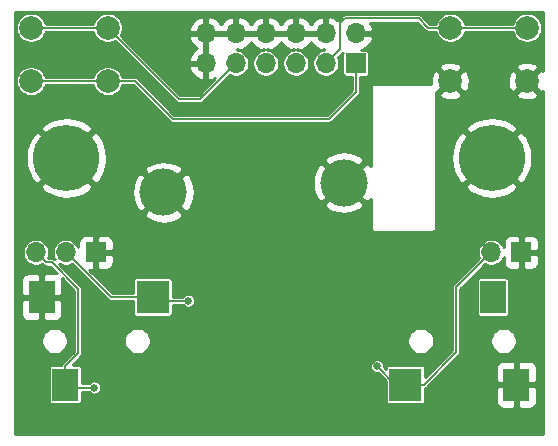
<source format=gbr>
G04 #@! TF.GenerationSoftware,KiCad,Pcbnew,(5.1.5-0-10_14)*
G04 #@! TF.CreationDate,2020-08-02T20:19:12-07:00*
G04 #@! TF.ProjectId,Programmer_Board,50726f67-7261-46d6-9d65-725f426f6172,rev?*
G04 #@! TF.SameCoordinates,Original*
G04 #@! TF.FileFunction,Copper,L2,Bot*
G04 #@! TF.FilePolarity,Positive*
%FSLAX46Y46*%
G04 Gerber Fmt 4.6, Leading zero omitted, Abs format (unit mm)*
G04 Created by KiCad (PCBNEW (5.1.5-0-10_14)) date 2020-08-02 20:19:12*
%MOMM*%
%LPD*%
G04 APERTURE LIST*
%ADD10C,4.000000*%
%ADD11C,5.600000*%
%ADD12O,1.700000X1.700000*%
%ADD13R,1.700000X1.700000*%
%ADD14C,2.000000*%
%ADD15R,2.800000X2.800000*%
%ADD16R,2.200000X2.800000*%
%ADD17C,0.650000*%
%ADD18C,0.152400*%
%ADD19C,0.254000*%
G04 APERTURE END LIST*
D10*
X114710000Y-75420000D03*
X130000000Y-74600000D03*
D11*
X106500000Y-72500000D03*
X142500000Y-72500000D03*
D12*
X118300000Y-61960000D03*
X118300000Y-64500000D03*
X120840000Y-61960000D03*
X120840000Y-64500000D03*
X123380000Y-61960000D03*
X123380000Y-64500000D03*
X125920000Y-61960000D03*
X125920000Y-64500000D03*
X128460000Y-61960000D03*
X128460000Y-64500000D03*
X131000000Y-61960000D03*
D13*
X131000000Y-64500000D03*
D14*
X145500000Y-66000000D03*
X145500000Y-61500000D03*
X139000000Y-66000000D03*
X139000000Y-61500000D03*
X110000000Y-66000000D03*
X110000000Y-61500000D03*
X103500000Y-66000000D03*
X103500000Y-61500000D03*
D15*
X135200000Y-91700000D03*
D16*
X144600000Y-91700000D03*
X142600000Y-84300000D03*
X106400000Y-91700000D03*
X104400000Y-84300000D03*
D15*
X113800000Y-84300000D03*
D13*
X109000000Y-80500000D03*
D12*
X106460000Y-80500000D03*
X103920000Y-80500000D03*
D13*
X145000000Y-80500000D03*
D12*
X142460000Y-80500000D03*
D17*
X120800000Y-66600000D03*
X118100000Y-70200000D03*
X118700000Y-72100000D03*
X125300000Y-70600000D03*
X127800000Y-67700000D03*
X123200000Y-67300000D03*
X121600000Y-75700000D03*
X132800000Y-90150000D03*
X108850000Y-91950000D03*
X116800000Y-84600000D03*
D18*
X103500000Y-61500000D02*
X110000000Y-61500000D01*
X110000000Y-61500000D02*
X116000000Y-67500000D01*
X117840000Y-67500000D02*
X120840000Y-64500000D01*
X116000000Y-67500000D02*
X117840000Y-67500000D01*
X139000000Y-61500000D02*
X145500000Y-61500000D01*
X137141342Y-61500000D02*
X136341342Y-60700000D01*
X139000000Y-61500000D02*
X137141342Y-61500000D01*
X136341342Y-60700000D02*
X130100000Y-60700000D01*
X130100000Y-60700000D02*
X129700000Y-61100000D01*
X129700000Y-63260000D02*
X128460000Y-64500000D01*
X129700000Y-61100000D02*
X129700000Y-63260000D01*
X110000000Y-66000000D02*
X112300000Y-66000000D01*
X112300000Y-66000000D02*
X115500000Y-69200000D01*
X115500000Y-69200000D02*
X128700000Y-69200000D01*
X131000000Y-66900000D02*
X131000000Y-64500000D01*
X128700000Y-69200000D02*
X131000000Y-66900000D01*
X103500000Y-66000000D02*
X110000000Y-66000000D01*
X134350000Y-91700000D02*
X135200000Y-91700000D01*
X132800000Y-90150000D02*
X134350000Y-91700000D01*
X136752400Y-91700000D02*
X139500000Y-88952400D01*
X135200000Y-91700000D02*
X136752400Y-91700000D01*
X139500000Y-83460000D02*
X142460000Y-80500000D01*
X139500000Y-88952400D02*
X139500000Y-83460000D01*
X106650000Y-91950000D02*
X106400000Y-91700000D01*
X108850000Y-91950000D02*
X106650000Y-91950000D01*
X104769999Y-81349999D02*
X105249999Y-81349999D01*
X103920000Y-80500000D02*
X104769999Y-81349999D01*
X105249999Y-81349999D02*
X107500000Y-83600000D01*
X106400000Y-90147600D02*
X106400000Y-91700000D01*
X107500000Y-89047600D02*
X106400000Y-90147600D01*
X107500000Y-83600000D02*
X107500000Y-89047600D01*
X110260000Y-84300000D02*
X106460000Y-80500000D01*
X113800000Y-84300000D02*
X110260000Y-84300000D01*
X114100000Y-84600000D02*
X113800000Y-84300000D01*
X116800000Y-84600000D02*
X114100000Y-84600000D01*
D19*
G36*
X146873000Y-65130244D02*
G01*
X146635413Y-65044192D01*
X145679605Y-66000000D01*
X146635413Y-66955808D01*
X146873000Y-66869756D01*
X146873000Y-95873000D01*
X102127000Y-95873000D01*
X102127000Y-87888764D01*
X104370600Y-87888764D01*
X104370600Y-88111236D01*
X104414002Y-88329434D01*
X104499138Y-88534972D01*
X104622737Y-88719951D01*
X104780049Y-88877263D01*
X104965028Y-89000862D01*
X105170566Y-89085998D01*
X105388764Y-89129400D01*
X105611236Y-89129400D01*
X105829434Y-89085998D01*
X106034972Y-89000862D01*
X106219951Y-88877263D01*
X106377263Y-88719951D01*
X106500862Y-88534972D01*
X106585998Y-88329434D01*
X106629400Y-88111236D01*
X106629400Y-87888764D01*
X106585998Y-87670566D01*
X106500862Y-87465028D01*
X106377263Y-87280049D01*
X106219951Y-87122737D01*
X106034972Y-86999138D01*
X105829434Y-86914002D01*
X105611236Y-86870600D01*
X105388764Y-86870600D01*
X105170566Y-86914002D01*
X104965028Y-86999138D01*
X104780049Y-87122737D01*
X104622737Y-87280049D01*
X104499138Y-87465028D01*
X104414002Y-87670566D01*
X104370600Y-87888764D01*
X102127000Y-87888764D01*
X102127000Y-85700000D01*
X102661928Y-85700000D01*
X102674188Y-85824482D01*
X102710498Y-85944180D01*
X102769463Y-86054494D01*
X102848815Y-86151185D01*
X102945506Y-86230537D01*
X103055820Y-86289502D01*
X103175518Y-86325812D01*
X103300000Y-86338072D01*
X104114250Y-86335000D01*
X104273000Y-86176250D01*
X104273000Y-84427000D01*
X104527000Y-84427000D01*
X104527000Y-86176250D01*
X104685750Y-86335000D01*
X105500000Y-86338072D01*
X105624482Y-86325812D01*
X105744180Y-86289502D01*
X105854494Y-86230537D01*
X105951185Y-86151185D01*
X106030537Y-86054494D01*
X106089502Y-85944180D01*
X106125812Y-85824482D01*
X106138072Y-85700000D01*
X106135000Y-84585750D01*
X105976250Y-84427000D01*
X104527000Y-84427000D01*
X104273000Y-84427000D01*
X102823750Y-84427000D01*
X102665000Y-84585750D01*
X102661928Y-85700000D01*
X102127000Y-85700000D01*
X102127000Y-82900000D01*
X102661928Y-82900000D01*
X102665000Y-84014250D01*
X102823750Y-84173000D01*
X104273000Y-84173000D01*
X104273000Y-82423750D01*
X104114250Y-82265000D01*
X103300000Y-82261928D01*
X103175518Y-82274188D01*
X103055820Y-82310498D01*
X102945506Y-82369463D01*
X102848815Y-82448815D01*
X102769463Y-82545506D01*
X102710498Y-82655820D01*
X102674188Y-82775518D01*
X102661928Y-82900000D01*
X102127000Y-82900000D01*
X102127000Y-80388764D01*
X102790600Y-80388764D01*
X102790600Y-80611236D01*
X102834002Y-80829434D01*
X102919138Y-81034972D01*
X103042737Y-81219951D01*
X103200049Y-81377263D01*
X103385028Y-81500862D01*
X103590566Y-81585998D01*
X103808764Y-81629400D01*
X104031236Y-81629400D01*
X104249434Y-81585998D01*
X104428806Y-81511700D01*
X104506209Y-81589104D01*
X104517336Y-81602662D01*
X104530894Y-81613789D01*
X104530899Y-81613794D01*
X104565077Y-81641843D01*
X104571483Y-81647100D01*
X104633259Y-81680120D01*
X104671101Y-81691599D01*
X104700288Y-81700453D01*
X104707186Y-81701132D01*
X104752536Y-81705599D01*
X104752543Y-81705599D01*
X104769998Y-81707318D01*
X104787454Y-81705599D01*
X105102706Y-81705599D01*
X105691679Y-82294572D01*
X105624482Y-82274188D01*
X105500000Y-82261928D01*
X104685750Y-82265000D01*
X104527000Y-82423750D01*
X104527000Y-84173000D01*
X105976250Y-84173000D01*
X106135000Y-84014250D01*
X106138072Y-82900000D01*
X106125812Y-82775518D01*
X106105428Y-82708322D01*
X107144400Y-83747294D01*
X107144401Y-88900305D01*
X106160902Y-89883805D01*
X106147337Y-89894938D01*
X106102899Y-89949085D01*
X106069879Y-90010861D01*
X106067335Y-90019249D01*
X105300000Y-90019249D01*
X105245228Y-90024644D01*
X105192561Y-90040620D01*
X105144023Y-90066564D01*
X105101479Y-90101479D01*
X105066564Y-90144023D01*
X105040620Y-90192561D01*
X105024644Y-90245228D01*
X105019249Y-90300000D01*
X105019249Y-93100000D01*
X105024644Y-93154772D01*
X105040620Y-93207439D01*
X105066564Y-93255977D01*
X105101479Y-93298521D01*
X105144023Y-93333436D01*
X105192561Y-93359380D01*
X105245228Y-93375356D01*
X105300000Y-93380751D01*
X107500000Y-93380751D01*
X107554772Y-93375356D01*
X107607439Y-93359380D01*
X107655977Y-93333436D01*
X107698521Y-93298521D01*
X107733436Y-93255977D01*
X107759380Y-93207439D01*
X107775356Y-93154772D01*
X107780751Y-93100000D01*
X107780751Y-92305600D01*
X108360699Y-92305600D01*
X108380532Y-92335282D01*
X108464718Y-92419468D01*
X108563709Y-92485612D01*
X108673703Y-92531173D01*
X108790472Y-92554400D01*
X108909528Y-92554400D01*
X109026297Y-92531173D01*
X109136291Y-92485612D01*
X109235282Y-92419468D01*
X109319468Y-92335282D01*
X109385612Y-92236291D01*
X109431173Y-92126297D01*
X109454400Y-92009528D01*
X109454400Y-91890472D01*
X109431173Y-91773703D01*
X109385612Y-91663709D01*
X109319468Y-91564718D01*
X109235282Y-91480532D01*
X109136291Y-91414388D01*
X109026297Y-91368827D01*
X108909528Y-91345600D01*
X108790472Y-91345600D01*
X108673703Y-91368827D01*
X108563709Y-91414388D01*
X108464718Y-91480532D01*
X108380532Y-91564718D01*
X108360699Y-91594400D01*
X107780751Y-91594400D01*
X107780751Y-90300000D01*
X107775356Y-90245228D01*
X107759380Y-90192561D01*
X107733436Y-90144023D01*
X107698521Y-90101479D01*
X107685109Y-90090472D01*
X132195600Y-90090472D01*
X132195600Y-90209528D01*
X132218827Y-90326297D01*
X132264388Y-90436291D01*
X132330532Y-90535282D01*
X132414718Y-90619468D01*
X132513709Y-90685612D01*
X132623703Y-90731173D01*
X132740472Y-90754400D01*
X132859528Y-90754400D01*
X132894542Y-90747435D01*
X133519249Y-91372143D01*
X133519249Y-93100000D01*
X133524644Y-93154772D01*
X133540620Y-93207439D01*
X133566564Y-93255977D01*
X133601479Y-93298521D01*
X133644023Y-93333436D01*
X133692561Y-93359380D01*
X133745228Y-93375356D01*
X133800000Y-93380751D01*
X136600000Y-93380751D01*
X136654772Y-93375356D01*
X136707439Y-93359380D01*
X136755977Y-93333436D01*
X136798521Y-93298521D01*
X136833436Y-93255977D01*
X136859380Y-93207439D01*
X136875356Y-93154772D01*
X136880751Y-93100000D01*
X142861928Y-93100000D01*
X142874188Y-93224482D01*
X142910498Y-93344180D01*
X142969463Y-93454494D01*
X143048815Y-93551185D01*
X143145506Y-93630537D01*
X143255820Y-93689502D01*
X143375518Y-93725812D01*
X143500000Y-93738072D01*
X144314250Y-93735000D01*
X144473000Y-93576250D01*
X144473000Y-91827000D01*
X144727000Y-91827000D01*
X144727000Y-93576250D01*
X144885750Y-93735000D01*
X145700000Y-93738072D01*
X145824482Y-93725812D01*
X145944180Y-93689502D01*
X146054494Y-93630537D01*
X146151185Y-93551185D01*
X146230537Y-93454494D01*
X146289502Y-93344180D01*
X146325812Y-93224482D01*
X146338072Y-93100000D01*
X146335000Y-91985750D01*
X146176250Y-91827000D01*
X144727000Y-91827000D01*
X144473000Y-91827000D01*
X143023750Y-91827000D01*
X142865000Y-91985750D01*
X142861928Y-93100000D01*
X136880751Y-93100000D01*
X136880751Y-92032666D01*
X136889140Y-92030121D01*
X136950916Y-91997101D01*
X137005063Y-91952663D01*
X137016199Y-91939094D01*
X138655294Y-90300000D01*
X142861928Y-90300000D01*
X142865000Y-91414250D01*
X143023750Y-91573000D01*
X144473000Y-91573000D01*
X144473000Y-89823750D01*
X144727000Y-89823750D01*
X144727000Y-91573000D01*
X146176250Y-91573000D01*
X146335000Y-91414250D01*
X146338072Y-90300000D01*
X146325812Y-90175518D01*
X146289502Y-90055820D01*
X146230537Y-89945506D01*
X146151185Y-89848815D01*
X146054494Y-89769463D01*
X145944180Y-89710498D01*
X145824482Y-89674188D01*
X145700000Y-89661928D01*
X144885750Y-89665000D01*
X144727000Y-89823750D01*
X144473000Y-89823750D01*
X144314250Y-89665000D01*
X143500000Y-89661928D01*
X143375518Y-89674188D01*
X143255820Y-89710498D01*
X143145506Y-89769463D01*
X143048815Y-89848815D01*
X142969463Y-89945506D01*
X142910498Y-90055820D01*
X142874188Y-90175518D01*
X142861928Y-90300000D01*
X138655294Y-90300000D01*
X139739110Y-89216185D01*
X139752662Y-89205063D01*
X139763785Y-89191510D01*
X139763795Y-89191500D01*
X139797100Y-89150917D01*
X139797102Y-89150915D01*
X139830121Y-89089140D01*
X139850454Y-89022110D01*
X139855600Y-88969863D01*
X139855600Y-88969856D01*
X139857319Y-88952401D01*
X139855600Y-88934946D01*
X139855600Y-87888764D01*
X142370600Y-87888764D01*
X142370600Y-88111236D01*
X142414002Y-88329434D01*
X142499138Y-88534972D01*
X142622737Y-88719951D01*
X142780049Y-88877263D01*
X142965028Y-89000862D01*
X143170566Y-89085998D01*
X143388764Y-89129400D01*
X143611236Y-89129400D01*
X143829434Y-89085998D01*
X144034972Y-89000862D01*
X144219951Y-88877263D01*
X144377263Y-88719951D01*
X144500862Y-88534972D01*
X144585998Y-88329434D01*
X144629400Y-88111236D01*
X144629400Y-87888764D01*
X144585998Y-87670566D01*
X144500862Y-87465028D01*
X144377263Y-87280049D01*
X144219951Y-87122737D01*
X144034972Y-86999138D01*
X143829434Y-86914002D01*
X143611236Y-86870600D01*
X143388764Y-86870600D01*
X143170566Y-86914002D01*
X142965028Y-86999138D01*
X142780049Y-87122737D01*
X142622737Y-87280049D01*
X142499138Y-87465028D01*
X142414002Y-87670566D01*
X142370600Y-87888764D01*
X139855600Y-87888764D01*
X139855600Y-83607293D01*
X140562893Y-82900000D01*
X141219249Y-82900000D01*
X141219249Y-85700000D01*
X141224644Y-85754772D01*
X141240620Y-85807439D01*
X141266564Y-85855977D01*
X141301479Y-85898521D01*
X141344023Y-85933436D01*
X141392561Y-85959380D01*
X141445228Y-85975356D01*
X141500000Y-85980751D01*
X143700000Y-85980751D01*
X143754772Y-85975356D01*
X143807439Y-85959380D01*
X143855977Y-85933436D01*
X143898521Y-85898521D01*
X143933436Y-85855977D01*
X143959380Y-85807439D01*
X143975356Y-85754772D01*
X143980751Y-85700000D01*
X143980751Y-82900000D01*
X143975356Y-82845228D01*
X143959380Y-82792561D01*
X143933436Y-82744023D01*
X143898521Y-82701479D01*
X143855977Y-82666564D01*
X143807439Y-82640620D01*
X143754772Y-82624644D01*
X143700000Y-82619249D01*
X141500000Y-82619249D01*
X141445228Y-82624644D01*
X141392561Y-82640620D01*
X141344023Y-82666564D01*
X141301479Y-82701479D01*
X141266564Y-82744023D01*
X141240620Y-82792561D01*
X141224644Y-82845228D01*
X141219249Y-82900000D01*
X140562893Y-82900000D01*
X141951194Y-81511700D01*
X142130566Y-81585998D01*
X142348764Y-81629400D01*
X142571236Y-81629400D01*
X142789434Y-81585998D01*
X142994972Y-81500862D01*
X143179951Y-81377263D01*
X143337263Y-81219951D01*
X143460862Y-81034972D01*
X143514346Y-80905849D01*
X143511928Y-81350000D01*
X143524188Y-81474482D01*
X143560498Y-81594180D01*
X143619463Y-81704494D01*
X143698815Y-81801185D01*
X143795506Y-81880537D01*
X143905820Y-81939502D01*
X144025518Y-81975812D01*
X144150000Y-81988072D01*
X144714250Y-81985000D01*
X144873000Y-81826250D01*
X144873000Y-80627000D01*
X145127000Y-80627000D01*
X145127000Y-81826250D01*
X145285750Y-81985000D01*
X145850000Y-81988072D01*
X145974482Y-81975812D01*
X146094180Y-81939502D01*
X146204494Y-81880537D01*
X146301185Y-81801185D01*
X146380537Y-81704494D01*
X146439502Y-81594180D01*
X146475812Y-81474482D01*
X146488072Y-81350000D01*
X146485000Y-80785750D01*
X146326250Y-80627000D01*
X145127000Y-80627000D01*
X144873000Y-80627000D01*
X144853000Y-80627000D01*
X144853000Y-80373000D01*
X144873000Y-80373000D01*
X144873000Y-79173750D01*
X145127000Y-79173750D01*
X145127000Y-80373000D01*
X146326250Y-80373000D01*
X146485000Y-80214250D01*
X146488072Y-79650000D01*
X146475812Y-79525518D01*
X146439502Y-79405820D01*
X146380537Y-79295506D01*
X146301185Y-79198815D01*
X146204494Y-79119463D01*
X146094180Y-79060498D01*
X145974482Y-79024188D01*
X145850000Y-79011928D01*
X145285750Y-79015000D01*
X145127000Y-79173750D01*
X144873000Y-79173750D01*
X144714250Y-79015000D01*
X144150000Y-79011928D01*
X144025518Y-79024188D01*
X143905820Y-79060498D01*
X143795506Y-79119463D01*
X143698815Y-79198815D01*
X143619463Y-79295506D01*
X143560498Y-79405820D01*
X143524188Y-79525518D01*
X143511928Y-79650000D01*
X143514346Y-80094151D01*
X143460862Y-79965028D01*
X143337263Y-79780049D01*
X143179951Y-79622737D01*
X142994972Y-79499138D01*
X142789434Y-79414002D01*
X142571236Y-79370600D01*
X142348764Y-79370600D01*
X142130566Y-79414002D01*
X141925028Y-79499138D01*
X141740049Y-79622737D01*
X141582737Y-79780049D01*
X141459138Y-79965028D01*
X141374002Y-80170566D01*
X141330600Y-80388764D01*
X141330600Y-80611236D01*
X141374002Y-80829434D01*
X141448300Y-81008806D01*
X139260901Y-83196206D01*
X139247338Y-83207337D01*
X139202900Y-83261484D01*
X139198413Y-83269879D01*
X139169880Y-83323259D01*
X139149546Y-83390290D01*
X139142681Y-83460000D01*
X139144401Y-83477466D01*
X139144400Y-88805105D01*
X136880751Y-91068756D01*
X136880751Y-90300000D01*
X136875356Y-90245228D01*
X136859380Y-90192561D01*
X136833436Y-90144023D01*
X136798521Y-90101479D01*
X136755977Y-90066564D01*
X136707439Y-90040620D01*
X136654772Y-90024644D01*
X136600000Y-90019249D01*
X133800000Y-90019249D01*
X133745228Y-90024644D01*
X133692561Y-90040620D01*
X133644023Y-90066564D01*
X133601479Y-90101479D01*
X133566564Y-90144023D01*
X133540620Y-90192561D01*
X133524644Y-90245228D01*
X133519249Y-90300000D01*
X133519249Y-90366356D01*
X133397435Y-90244542D01*
X133404400Y-90209528D01*
X133404400Y-90090472D01*
X133381173Y-89973703D01*
X133335612Y-89863709D01*
X133269468Y-89764718D01*
X133185282Y-89680532D01*
X133086291Y-89614388D01*
X132976297Y-89568827D01*
X132859528Y-89545600D01*
X132740472Y-89545600D01*
X132623703Y-89568827D01*
X132513709Y-89614388D01*
X132414718Y-89680532D01*
X132330532Y-89764718D01*
X132264388Y-89863709D01*
X132218827Y-89973703D01*
X132195600Y-90090472D01*
X107685109Y-90090472D01*
X107655977Y-90066564D01*
X107607439Y-90040620D01*
X107554772Y-90024644D01*
X107500000Y-90019249D01*
X107031244Y-90019249D01*
X107739100Y-89311394D01*
X107752663Y-89300263D01*
X107797101Y-89246116D01*
X107830121Y-89184340D01*
X107850454Y-89117310D01*
X107855600Y-89065063D01*
X107855600Y-89065056D01*
X107857319Y-89047600D01*
X107855600Y-89030145D01*
X107855600Y-87888764D01*
X111370600Y-87888764D01*
X111370600Y-88111236D01*
X111414002Y-88329434D01*
X111499138Y-88534972D01*
X111622737Y-88719951D01*
X111780049Y-88877263D01*
X111965028Y-89000862D01*
X112170566Y-89085998D01*
X112388764Y-89129400D01*
X112611236Y-89129400D01*
X112829434Y-89085998D01*
X113034972Y-89000862D01*
X113219951Y-88877263D01*
X113377263Y-88719951D01*
X113500862Y-88534972D01*
X113585998Y-88329434D01*
X113629400Y-88111236D01*
X113629400Y-87888764D01*
X135370600Y-87888764D01*
X135370600Y-88111236D01*
X135414002Y-88329434D01*
X135499138Y-88534972D01*
X135622737Y-88719951D01*
X135780049Y-88877263D01*
X135965028Y-89000862D01*
X136170566Y-89085998D01*
X136388764Y-89129400D01*
X136611236Y-89129400D01*
X136829434Y-89085998D01*
X137034972Y-89000862D01*
X137219951Y-88877263D01*
X137377263Y-88719951D01*
X137500862Y-88534972D01*
X137585998Y-88329434D01*
X137629400Y-88111236D01*
X137629400Y-87888764D01*
X137585998Y-87670566D01*
X137500862Y-87465028D01*
X137377263Y-87280049D01*
X137219951Y-87122737D01*
X137034972Y-86999138D01*
X136829434Y-86914002D01*
X136611236Y-86870600D01*
X136388764Y-86870600D01*
X136170566Y-86914002D01*
X135965028Y-86999138D01*
X135780049Y-87122737D01*
X135622737Y-87280049D01*
X135499138Y-87465028D01*
X135414002Y-87670566D01*
X135370600Y-87888764D01*
X113629400Y-87888764D01*
X113585998Y-87670566D01*
X113500862Y-87465028D01*
X113377263Y-87280049D01*
X113219951Y-87122737D01*
X113034972Y-86999138D01*
X112829434Y-86914002D01*
X112611236Y-86870600D01*
X112388764Y-86870600D01*
X112170566Y-86914002D01*
X111965028Y-86999138D01*
X111780049Y-87122737D01*
X111622737Y-87280049D01*
X111499138Y-87465028D01*
X111414002Y-87670566D01*
X111370600Y-87888764D01*
X107855600Y-87888764D01*
X107855600Y-83617455D01*
X107857319Y-83600000D01*
X107855600Y-83582544D01*
X107855600Y-83582537D01*
X107850454Y-83530290D01*
X107830121Y-83463260D01*
X107797101Y-83401484D01*
X107779438Y-83379962D01*
X107763795Y-83360901D01*
X107763790Y-83360896D01*
X107752662Y-83347337D01*
X107739104Y-83336210D01*
X105860919Y-81458026D01*
X105925028Y-81500862D01*
X106130566Y-81585998D01*
X106348764Y-81629400D01*
X106571236Y-81629400D01*
X106789434Y-81585998D01*
X106968807Y-81511700D01*
X109996204Y-84539098D01*
X110007337Y-84552663D01*
X110061484Y-84597101D01*
X110123260Y-84630121D01*
X110190290Y-84650454D01*
X110242537Y-84655600D01*
X110242545Y-84655600D01*
X110260000Y-84657319D01*
X110277455Y-84655600D01*
X112119249Y-84655600D01*
X112119249Y-85700000D01*
X112124644Y-85754772D01*
X112140620Y-85807439D01*
X112166564Y-85855977D01*
X112201479Y-85898521D01*
X112244023Y-85933436D01*
X112292561Y-85959380D01*
X112345228Y-85975356D01*
X112400000Y-85980751D01*
X115200000Y-85980751D01*
X115254772Y-85975356D01*
X115307439Y-85959380D01*
X115355977Y-85933436D01*
X115398521Y-85898521D01*
X115433436Y-85855977D01*
X115459380Y-85807439D01*
X115475356Y-85754772D01*
X115480751Y-85700000D01*
X115480751Y-84955600D01*
X116310699Y-84955600D01*
X116330532Y-84985282D01*
X116414718Y-85069468D01*
X116513709Y-85135612D01*
X116623703Y-85181173D01*
X116740472Y-85204400D01*
X116859528Y-85204400D01*
X116976297Y-85181173D01*
X117086291Y-85135612D01*
X117185282Y-85069468D01*
X117269468Y-84985282D01*
X117335612Y-84886291D01*
X117381173Y-84776297D01*
X117404400Y-84659528D01*
X117404400Y-84540472D01*
X117381173Y-84423703D01*
X117335612Y-84313709D01*
X117269468Y-84214718D01*
X117185282Y-84130532D01*
X117086291Y-84064388D01*
X116976297Y-84018827D01*
X116859528Y-83995600D01*
X116740472Y-83995600D01*
X116623703Y-84018827D01*
X116513709Y-84064388D01*
X116414718Y-84130532D01*
X116330532Y-84214718D01*
X116310699Y-84244400D01*
X115480751Y-84244400D01*
X115480751Y-82900000D01*
X115475356Y-82845228D01*
X115459380Y-82792561D01*
X115433436Y-82744023D01*
X115398521Y-82701479D01*
X115355977Y-82666564D01*
X115307439Y-82640620D01*
X115254772Y-82624644D01*
X115200000Y-82619249D01*
X112400000Y-82619249D01*
X112345228Y-82624644D01*
X112292561Y-82640620D01*
X112244023Y-82666564D01*
X112201479Y-82701479D01*
X112166564Y-82744023D01*
X112140620Y-82792561D01*
X112124644Y-82845228D01*
X112119249Y-82900000D01*
X112119249Y-83944400D01*
X110407294Y-83944400D01*
X108449336Y-81986442D01*
X108714250Y-81985000D01*
X108873000Y-81826250D01*
X108873000Y-80627000D01*
X109127000Y-80627000D01*
X109127000Y-81826250D01*
X109285750Y-81985000D01*
X109850000Y-81988072D01*
X109974482Y-81975812D01*
X110094180Y-81939502D01*
X110204494Y-81880537D01*
X110301185Y-81801185D01*
X110380537Y-81704494D01*
X110439502Y-81594180D01*
X110475812Y-81474482D01*
X110488072Y-81350000D01*
X110485000Y-80785750D01*
X110326250Y-80627000D01*
X109127000Y-80627000D01*
X108873000Y-80627000D01*
X108853000Y-80627000D01*
X108853000Y-80373000D01*
X108873000Y-80373000D01*
X108873000Y-79173750D01*
X109127000Y-79173750D01*
X109127000Y-80373000D01*
X110326250Y-80373000D01*
X110485000Y-80214250D01*
X110488072Y-79650000D01*
X110475812Y-79525518D01*
X110439502Y-79405820D01*
X110380537Y-79295506D01*
X110301185Y-79198815D01*
X110204494Y-79119463D01*
X110094180Y-79060498D01*
X109974482Y-79024188D01*
X109850000Y-79011928D01*
X109285750Y-79015000D01*
X109127000Y-79173750D01*
X108873000Y-79173750D01*
X108714250Y-79015000D01*
X108150000Y-79011928D01*
X108025518Y-79024188D01*
X107905820Y-79060498D01*
X107795506Y-79119463D01*
X107698815Y-79198815D01*
X107619463Y-79295506D01*
X107560498Y-79405820D01*
X107524188Y-79525518D01*
X107511928Y-79650000D01*
X107514346Y-80094151D01*
X107460862Y-79965028D01*
X107337263Y-79780049D01*
X107179951Y-79622737D01*
X106994972Y-79499138D01*
X106789434Y-79414002D01*
X106571236Y-79370600D01*
X106348764Y-79370600D01*
X106130566Y-79414002D01*
X105925028Y-79499138D01*
X105740049Y-79622737D01*
X105582737Y-79780049D01*
X105459138Y-79965028D01*
X105374002Y-80170566D01*
X105330600Y-80388764D01*
X105330600Y-80611236D01*
X105374002Y-80829434D01*
X105459138Y-81034972D01*
X105498558Y-81093967D01*
X105448515Y-81052898D01*
X105386739Y-81019878D01*
X105319709Y-80999545D01*
X105267462Y-80994399D01*
X105267454Y-80994399D01*
X105249999Y-80992680D01*
X105232544Y-80994399D01*
X104937668Y-80994399D01*
X105005998Y-80829434D01*
X105049400Y-80611236D01*
X105049400Y-80388764D01*
X105005998Y-80170566D01*
X104920862Y-79965028D01*
X104797263Y-79780049D01*
X104639951Y-79622737D01*
X104454972Y-79499138D01*
X104249434Y-79414002D01*
X104031236Y-79370600D01*
X103808764Y-79370600D01*
X103590566Y-79414002D01*
X103385028Y-79499138D01*
X103200049Y-79622737D01*
X103042737Y-79780049D01*
X102919138Y-79965028D01*
X102834002Y-80170566D01*
X102790600Y-80388764D01*
X102127000Y-80388764D01*
X102127000Y-77267499D01*
X113042106Y-77267499D01*
X113258228Y-77634258D01*
X113718105Y-77874938D01*
X114216098Y-78021275D01*
X114733071Y-78067648D01*
X115249159Y-78012273D01*
X115744526Y-77857279D01*
X116161772Y-77634258D01*
X116377894Y-77267499D01*
X114710000Y-75599605D01*
X113042106Y-77267499D01*
X102127000Y-77267499D01*
X102127000Y-74916481D01*
X104263124Y-74916481D01*
X104575308Y-75365177D01*
X105171259Y-75685612D01*
X105818273Y-75883626D01*
X106491484Y-75951610D01*
X107165023Y-75886949D01*
X107813006Y-75692130D01*
X108281739Y-75443071D01*
X112062352Y-75443071D01*
X112117727Y-75959159D01*
X112272721Y-76454526D01*
X112495742Y-76871772D01*
X112862501Y-77087894D01*
X114530395Y-75420000D01*
X114889605Y-75420000D01*
X116557499Y-77087894D01*
X116924258Y-76871772D01*
X117146304Y-76447499D01*
X128332106Y-76447499D01*
X128548228Y-76814258D01*
X129008105Y-77054938D01*
X129506098Y-77201275D01*
X130023071Y-77247648D01*
X130539159Y-77192273D01*
X131034526Y-77037279D01*
X131451772Y-76814258D01*
X131667894Y-76447499D01*
X130000000Y-74779605D01*
X128332106Y-76447499D01*
X117146304Y-76447499D01*
X117164938Y-76411895D01*
X117311275Y-75913902D01*
X117357648Y-75396929D01*
X117302273Y-74880841D01*
X117221621Y-74623071D01*
X127352352Y-74623071D01*
X127407727Y-75139159D01*
X127562721Y-75634526D01*
X127785742Y-76051772D01*
X128152501Y-76267894D01*
X129820395Y-74600000D01*
X130179605Y-74600000D01*
X131847499Y-76267894D01*
X132214258Y-76051772D01*
X132246000Y-75991121D01*
X132246000Y-78487531D01*
X132244772Y-78500000D01*
X132249676Y-78549793D01*
X132264200Y-78597672D01*
X132287786Y-78641797D01*
X132319527Y-78680473D01*
X132358203Y-78712214D01*
X132402328Y-78735800D01*
X132450207Y-78750324D01*
X132500000Y-78755228D01*
X132512468Y-78754000D01*
X137487532Y-78754000D01*
X137500000Y-78755228D01*
X137549793Y-78750324D01*
X137597672Y-78735800D01*
X137641797Y-78712214D01*
X137680473Y-78680473D01*
X137712214Y-78641797D01*
X137735800Y-78597672D01*
X137750324Y-78549793D01*
X137754000Y-78512469D01*
X137754000Y-78512468D01*
X137755228Y-78500000D01*
X137754000Y-78487531D01*
X137754000Y-74916481D01*
X140263124Y-74916481D01*
X140575308Y-75365177D01*
X141171259Y-75685612D01*
X141818273Y-75883626D01*
X142491484Y-75951610D01*
X143165023Y-75886949D01*
X143813006Y-75692130D01*
X144410530Y-75374639D01*
X144424692Y-75365177D01*
X144736876Y-74916481D01*
X142500000Y-72679605D01*
X140263124Y-74916481D01*
X137754000Y-74916481D01*
X137754000Y-72491484D01*
X139048390Y-72491484D01*
X139113051Y-73165023D01*
X139307870Y-73813006D01*
X139625361Y-74410530D01*
X139634823Y-74424692D01*
X140083519Y-74736876D01*
X142320395Y-72500000D01*
X142679605Y-72500000D01*
X144916481Y-74736876D01*
X145365177Y-74424692D01*
X145685612Y-73828741D01*
X145883626Y-73181727D01*
X145951610Y-72508516D01*
X145886949Y-71834977D01*
X145692130Y-71186994D01*
X145374639Y-70589470D01*
X145365177Y-70575308D01*
X144916481Y-70263124D01*
X142679605Y-72500000D01*
X142320395Y-72500000D01*
X140083519Y-70263124D01*
X139634823Y-70575308D01*
X139314388Y-71171259D01*
X139116374Y-71818273D01*
X139048390Y-72491484D01*
X137754000Y-72491484D01*
X137754000Y-70083519D01*
X140263124Y-70083519D01*
X142500000Y-72320395D01*
X144736876Y-70083519D01*
X144424692Y-69634823D01*
X143828741Y-69314388D01*
X143181727Y-69116374D01*
X142508516Y-69048390D01*
X141834977Y-69113051D01*
X141186994Y-69307870D01*
X140589470Y-69625361D01*
X140575308Y-69634823D01*
X140263124Y-70083519D01*
X137754000Y-70083519D01*
X137754000Y-67135413D01*
X138044192Y-67135413D01*
X138139956Y-67399814D01*
X138429571Y-67540704D01*
X138741108Y-67622384D01*
X139062595Y-67641718D01*
X139381675Y-67597961D01*
X139686088Y-67492795D01*
X139860044Y-67399814D01*
X139955808Y-67135413D01*
X144544192Y-67135413D01*
X144639956Y-67399814D01*
X144929571Y-67540704D01*
X145241108Y-67622384D01*
X145562595Y-67641718D01*
X145881675Y-67597961D01*
X146186088Y-67492795D01*
X146360044Y-67399814D01*
X146455808Y-67135413D01*
X145500000Y-66179605D01*
X144544192Y-67135413D01*
X139955808Y-67135413D01*
X139000000Y-66179605D01*
X138044192Y-67135413D01*
X137754000Y-67135413D01*
X137754000Y-66915754D01*
X137864587Y-66955808D01*
X138820395Y-66000000D01*
X139179605Y-66000000D01*
X140135413Y-66955808D01*
X140399814Y-66860044D01*
X140540704Y-66570429D01*
X140622384Y-66258892D01*
X140634189Y-66062595D01*
X143858282Y-66062595D01*
X143902039Y-66381675D01*
X144007205Y-66686088D01*
X144100186Y-66860044D01*
X144364587Y-66955808D01*
X145320395Y-66000000D01*
X144364587Y-65044192D01*
X144100186Y-65139956D01*
X143959296Y-65429571D01*
X143877616Y-65741108D01*
X143858282Y-66062595D01*
X140634189Y-66062595D01*
X140641718Y-65937405D01*
X140597961Y-65618325D01*
X140492795Y-65313912D01*
X140399814Y-65139956D01*
X140135413Y-65044192D01*
X139179605Y-66000000D01*
X138820395Y-66000000D01*
X137864587Y-65044192D01*
X137600186Y-65139956D01*
X137459296Y-65429571D01*
X137377616Y-65741108D01*
X137358282Y-66062595D01*
X137383433Y-66246000D01*
X132512469Y-66246000D01*
X132500000Y-66244772D01*
X132487532Y-66246000D01*
X132487531Y-66246000D01*
X132450207Y-66249676D01*
X132402328Y-66264200D01*
X132358203Y-66287786D01*
X132319527Y-66319527D01*
X132287786Y-66358203D01*
X132264200Y-66402328D01*
X132249676Y-66450207D01*
X132244772Y-66500000D01*
X132246001Y-66512479D01*
X132246000Y-73207614D01*
X132214258Y-73148228D01*
X131847499Y-72932106D01*
X130179605Y-74600000D01*
X129820395Y-74600000D01*
X128152501Y-72932106D01*
X127785742Y-73148228D01*
X127545062Y-73608105D01*
X127398725Y-74106098D01*
X127352352Y-74623071D01*
X117221621Y-74623071D01*
X117147279Y-74385474D01*
X116924258Y-73968228D01*
X116557499Y-73752106D01*
X114889605Y-75420000D01*
X114530395Y-75420000D01*
X112862501Y-73752106D01*
X112495742Y-73968228D01*
X112255062Y-74428105D01*
X112108725Y-74926098D01*
X112062352Y-75443071D01*
X108281739Y-75443071D01*
X108410530Y-75374639D01*
X108424692Y-75365177D01*
X108736876Y-74916481D01*
X106500000Y-72679605D01*
X104263124Y-74916481D01*
X102127000Y-74916481D01*
X102127000Y-72491484D01*
X103048390Y-72491484D01*
X103113051Y-73165023D01*
X103307870Y-73813006D01*
X103625361Y-74410530D01*
X103634823Y-74424692D01*
X104083519Y-74736876D01*
X106320395Y-72500000D01*
X106679605Y-72500000D01*
X108916481Y-74736876D01*
X109365177Y-74424692D01*
X109685612Y-73828741D01*
X109764032Y-73572501D01*
X113042106Y-73572501D01*
X114710000Y-75240395D01*
X116377894Y-73572501D01*
X116161772Y-73205742D01*
X115701895Y-72965062D01*
X115203902Y-72818725D01*
X114686929Y-72772352D01*
X114170841Y-72827727D01*
X113675474Y-72982721D01*
X113258228Y-73205742D01*
X113042106Y-73572501D01*
X109764032Y-73572501D01*
X109883626Y-73181727D01*
X109926971Y-72752501D01*
X128332106Y-72752501D01*
X130000000Y-74420395D01*
X131667894Y-72752501D01*
X131451772Y-72385742D01*
X130991895Y-72145062D01*
X130493902Y-71998725D01*
X129976929Y-71952352D01*
X129460841Y-72007727D01*
X128965474Y-72162721D01*
X128548228Y-72385742D01*
X128332106Y-72752501D01*
X109926971Y-72752501D01*
X109951610Y-72508516D01*
X109886949Y-71834977D01*
X109692130Y-71186994D01*
X109374639Y-70589470D01*
X109365177Y-70575308D01*
X108916481Y-70263124D01*
X106679605Y-72500000D01*
X106320395Y-72500000D01*
X104083519Y-70263124D01*
X103634823Y-70575308D01*
X103314388Y-71171259D01*
X103116374Y-71818273D01*
X103048390Y-72491484D01*
X102127000Y-72491484D01*
X102127000Y-70083519D01*
X104263124Y-70083519D01*
X106500000Y-72320395D01*
X108736876Y-70083519D01*
X108424692Y-69634823D01*
X107828741Y-69314388D01*
X107181727Y-69116374D01*
X106508516Y-69048390D01*
X105834977Y-69113051D01*
X105186994Y-69307870D01*
X104589470Y-69625361D01*
X104575308Y-69634823D01*
X104263124Y-70083519D01*
X102127000Y-70083519D01*
X102127000Y-61373990D01*
X102220600Y-61373990D01*
X102220600Y-61626010D01*
X102269767Y-61873187D01*
X102366211Y-62106023D01*
X102506225Y-62315570D01*
X102684430Y-62493775D01*
X102893977Y-62633789D01*
X103126813Y-62730233D01*
X103373990Y-62779400D01*
X103626010Y-62779400D01*
X103873187Y-62730233D01*
X104106023Y-62633789D01*
X104315570Y-62493775D01*
X104493775Y-62315570D01*
X104633789Y-62106023D01*
X104730233Y-61873187D01*
X104733731Y-61855600D01*
X108766269Y-61855600D01*
X108769767Y-61873187D01*
X108866211Y-62106023D01*
X109006225Y-62315570D01*
X109184430Y-62493775D01*
X109393977Y-62633789D01*
X109626813Y-62730233D01*
X109873990Y-62779400D01*
X110126010Y-62779400D01*
X110373187Y-62730233D01*
X110606023Y-62633789D01*
X110620933Y-62623826D01*
X115736210Y-67739105D01*
X115747337Y-67752663D01*
X115760895Y-67763790D01*
X115760900Y-67763795D01*
X115795078Y-67791844D01*
X115801484Y-67797101D01*
X115863260Y-67830121D01*
X115930290Y-67850454D01*
X115982537Y-67855600D01*
X115982546Y-67855600D01*
X115999999Y-67857319D01*
X116017452Y-67855600D01*
X117822545Y-67855600D01*
X117840000Y-67857319D01*
X117857455Y-67855600D01*
X117857463Y-67855600D01*
X117909710Y-67850454D01*
X117976740Y-67830121D01*
X118038516Y-67797101D01*
X118092663Y-67752663D01*
X118103799Y-67739094D01*
X120331194Y-65511700D01*
X120510566Y-65585998D01*
X120728764Y-65629400D01*
X120951236Y-65629400D01*
X121169434Y-65585998D01*
X121374972Y-65500862D01*
X121559951Y-65377263D01*
X121717263Y-65219951D01*
X121840862Y-65034972D01*
X121925998Y-64829434D01*
X121969400Y-64611236D01*
X121969400Y-64388764D01*
X121925998Y-64170566D01*
X121840862Y-63965028D01*
X121717263Y-63780049D01*
X121559951Y-63622737D01*
X121374972Y-63499138D01*
X121169434Y-63414002D01*
X120967002Y-63373736D01*
X120967002Y-63280156D01*
X121196890Y-63401476D01*
X121344099Y-63356825D01*
X121606920Y-63231641D01*
X121840269Y-63057588D01*
X122035178Y-62841355D01*
X122110000Y-62715745D01*
X122184822Y-62841355D01*
X122379731Y-63057588D01*
X122613080Y-63231641D01*
X122875901Y-63356825D01*
X123023110Y-63401476D01*
X123252998Y-63280156D01*
X123252998Y-63373736D01*
X123050566Y-63414002D01*
X122845028Y-63499138D01*
X122660049Y-63622737D01*
X122502737Y-63780049D01*
X122379138Y-63965028D01*
X122294002Y-64170566D01*
X122250600Y-64388764D01*
X122250600Y-64611236D01*
X122294002Y-64829434D01*
X122379138Y-65034972D01*
X122502737Y-65219951D01*
X122660049Y-65377263D01*
X122845028Y-65500862D01*
X123050566Y-65585998D01*
X123268764Y-65629400D01*
X123491236Y-65629400D01*
X123709434Y-65585998D01*
X123914972Y-65500862D01*
X124099951Y-65377263D01*
X124257263Y-65219951D01*
X124380862Y-65034972D01*
X124465998Y-64829434D01*
X124509400Y-64611236D01*
X124509400Y-64388764D01*
X124465998Y-64170566D01*
X124380862Y-63965028D01*
X124257263Y-63780049D01*
X124099951Y-63622737D01*
X123914972Y-63499138D01*
X123709434Y-63414002D01*
X123507002Y-63373736D01*
X123507002Y-63280156D01*
X123736890Y-63401476D01*
X123884099Y-63356825D01*
X124146920Y-63231641D01*
X124380269Y-63057588D01*
X124575178Y-62841355D01*
X124650000Y-62715745D01*
X124724822Y-62841355D01*
X124919731Y-63057588D01*
X125153080Y-63231641D01*
X125415901Y-63356825D01*
X125563110Y-63401476D01*
X125792998Y-63280156D01*
X125792998Y-63373736D01*
X125590566Y-63414002D01*
X125385028Y-63499138D01*
X125200049Y-63622737D01*
X125042737Y-63780049D01*
X124919138Y-63965028D01*
X124834002Y-64170566D01*
X124790600Y-64388764D01*
X124790600Y-64611236D01*
X124834002Y-64829434D01*
X124919138Y-65034972D01*
X125042737Y-65219951D01*
X125200049Y-65377263D01*
X125385028Y-65500862D01*
X125590566Y-65585998D01*
X125808764Y-65629400D01*
X126031236Y-65629400D01*
X126249434Y-65585998D01*
X126454972Y-65500862D01*
X126639951Y-65377263D01*
X126797263Y-65219951D01*
X126920862Y-65034972D01*
X127005998Y-64829434D01*
X127049400Y-64611236D01*
X127049400Y-64388764D01*
X127005998Y-64170566D01*
X126920862Y-63965028D01*
X126797263Y-63780049D01*
X126639951Y-63622737D01*
X126454972Y-63499138D01*
X126249434Y-63414002D01*
X126047002Y-63373736D01*
X126047002Y-63280156D01*
X126276890Y-63401476D01*
X126424099Y-63356825D01*
X126686920Y-63231641D01*
X126920269Y-63057588D01*
X127115178Y-62841355D01*
X127190000Y-62715745D01*
X127264822Y-62841355D01*
X127459731Y-63057588D01*
X127693080Y-63231641D01*
X127955901Y-63356825D01*
X128103110Y-63401476D01*
X128332998Y-63280156D01*
X128332998Y-63373736D01*
X128130566Y-63414002D01*
X127925028Y-63499138D01*
X127740049Y-63622737D01*
X127582737Y-63780049D01*
X127459138Y-63965028D01*
X127374002Y-64170566D01*
X127330600Y-64388764D01*
X127330600Y-64611236D01*
X127374002Y-64829434D01*
X127459138Y-65034972D01*
X127582737Y-65219951D01*
X127740049Y-65377263D01*
X127925028Y-65500862D01*
X128130566Y-65585998D01*
X128348764Y-65629400D01*
X128571236Y-65629400D01*
X128789434Y-65585998D01*
X128994972Y-65500862D01*
X129179951Y-65377263D01*
X129337263Y-65219951D01*
X129460862Y-65034972D01*
X129545998Y-64829434D01*
X129589400Y-64611236D01*
X129589400Y-64388764D01*
X129545998Y-64170566D01*
X129471700Y-63991194D01*
X129877682Y-63585212D01*
X129874644Y-63595228D01*
X129869249Y-63650000D01*
X129869249Y-65350000D01*
X129874644Y-65404772D01*
X129890620Y-65457439D01*
X129916564Y-65505977D01*
X129951479Y-65548521D01*
X129994023Y-65583436D01*
X130042561Y-65609380D01*
X130095228Y-65625356D01*
X130150000Y-65630751D01*
X130644401Y-65630751D01*
X130644400Y-66752705D01*
X128552707Y-68844400D01*
X115647295Y-68844400D01*
X112563799Y-65760906D01*
X112552663Y-65747337D01*
X112498516Y-65702899D01*
X112436740Y-65669879D01*
X112369710Y-65649546D01*
X112317463Y-65644400D01*
X112317455Y-65644400D01*
X112300000Y-65642681D01*
X112282545Y-65644400D01*
X111233731Y-65644400D01*
X111230233Y-65626813D01*
X111133789Y-65393977D01*
X110993775Y-65184430D01*
X110815570Y-65006225D01*
X110606023Y-64866211D01*
X110373187Y-64769767D01*
X110126010Y-64720600D01*
X109873990Y-64720600D01*
X109626813Y-64769767D01*
X109393977Y-64866211D01*
X109184430Y-65006225D01*
X109006225Y-65184430D01*
X108866211Y-65393977D01*
X108769767Y-65626813D01*
X108766269Y-65644400D01*
X104733731Y-65644400D01*
X104730233Y-65626813D01*
X104633789Y-65393977D01*
X104493775Y-65184430D01*
X104315570Y-65006225D01*
X104106023Y-64866211D01*
X103873187Y-64769767D01*
X103626010Y-64720600D01*
X103373990Y-64720600D01*
X103126813Y-64769767D01*
X102893977Y-64866211D01*
X102684430Y-65006225D01*
X102506225Y-65184430D01*
X102366211Y-65393977D01*
X102269767Y-65626813D01*
X102220600Y-65873990D01*
X102220600Y-66126010D01*
X102269767Y-66373187D01*
X102366211Y-66606023D01*
X102506225Y-66815570D01*
X102684430Y-66993775D01*
X102893977Y-67133789D01*
X103126813Y-67230233D01*
X103373990Y-67279400D01*
X103626010Y-67279400D01*
X103873187Y-67230233D01*
X104106023Y-67133789D01*
X104315570Y-66993775D01*
X104493775Y-66815570D01*
X104633789Y-66606023D01*
X104730233Y-66373187D01*
X104733731Y-66355600D01*
X108766269Y-66355600D01*
X108769767Y-66373187D01*
X108866211Y-66606023D01*
X109006225Y-66815570D01*
X109184430Y-66993775D01*
X109393977Y-67133789D01*
X109626813Y-67230233D01*
X109873990Y-67279400D01*
X110126010Y-67279400D01*
X110373187Y-67230233D01*
X110606023Y-67133789D01*
X110815570Y-66993775D01*
X110993775Y-66815570D01*
X111133789Y-66606023D01*
X111230233Y-66373187D01*
X111233731Y-66355600D01*
X112152707Y-66355600D01*
X115236210Y-69439105D01*
X115247337Y-69452663D01*
X115260895Y-69463790D01*
X115260900Y-69463795D01*
X115295078Y-69491844D01*
X115301484Y-69497101D01*
X115363260Y-69530121D01*
X115430290Y-69550454D01*
X115482537Y-69555600D01*
X115482546Y-69555600D01*
X115499999Y-69557319D01*
X115517452Y-69555600D01*
X128682545Y-69555600D01*
X128700000Y-69557319D01*
X128717455Y-69555600D01*
X128717463Y-69555600D01*
X128769710Y-69550454D01*
X128836740Y-69530121D01*
X128898516Y-69497101D01*
X128952663Y-69452663D01*
X128963799Y-69439094D01*
X131239110Y-67163785D01*
X131252662Y-67152663D01*
X131263785Y-67139110D01*
X131263795Y-67139100D01*
X131297100Y-67098517D01*
X131297102Y-67098515D01*
X131330121Y-67036740D01*
X131350454Y-66969710D01*
X131355600Y-66917463D01*
X131355600Y-66917456D01*
X131357319Y-66900001D01*
X131355600Y-66882546D01*
X131355600Y-65630751D01*
X131850000Y-65630751D01*
X131904772Y-65625356D01*
X131957439Y-65609380D01*
X132005977Y-65583436D01*
X132048521Y-65548521D01*
X132083436Y-65505977D01*
X132109380Y-65457439D01*
X132125356Y-65404772D01*
X132130751Y-65350000D01*
X132130751Y-64864587D01*
X138044192Y-64864587D01*
X139000000Y-65820395D01*
X139955808Y-64864587D01*
X144544192Y-64864587D01*
X145500000Y-65820395D01*
X146455808Y-64864587D01*
X146360044Y-64600186D01*
X146070429Y-64459296D01*
X145758892Y-64377616D01*
X145437405Y-64358282D01*
X145118325Y-64402039D01*
X144813912Y-64507205D01*
X144639956Y-64600186D01*
X144544192Y-64864587D01*
X139955808Y-64864587D01*
X139860044Y-64600186D01*
X139570429Y-64459296D01*
X139258892Y-64377616D01*
X138937405Y-64358282D01*
X138618325Y-64402039D01*
X138313912Y-64507205D01*
X138139956Y-64600186D01*
X138044192Y-64864587D01*
X132130751Y-64864587D01*
X132130751Y-63650000D01*
X132125356Y-63595228D01*
X132109380Y-63542561D01*
X132083436Y-63494023D01*
X132048521Y-63451479D01*
X132005977Y-63416564D01*
X131957439Y-63390620D01*
X131904772Y-63374644D01*
X131850000Y-63369249D01*
X131463139Y-63369249D01*
X131504099Y-63356825D01*
X131766920Y-63231641D01*
X132000269Y-63057588D01*
X132195178Y-62841355D01*
X132344157Y-62591252D01*
X132441481Y-62316891D01*
X132320814Y-62087000D01*
X131127000Y-62087000D01*
X131127000Y-62107000D01*
X130873000Y-62107000D01*
X130873000Y-62087000D01*
X130853000Y-62087000D01*
X130853000Y-61833000D01*
X130873000Y-61833000D01*
X130873000Y-61813000D01*
X131127000Y-61813000D01*
X131127000Y-61833000D01*
X132320814Y-61833000D01*
X132441481Y-61603109D01*
X132344157Y-61328748D01*
X132195178Y-61078645D01*
X132174406Y-61055600D01*
X136194049Y-61055600D01*
X136877546Y-61739098D01*
X136888679Y-61752663D01*
X136942826Y-61797101D01*
X137004602Y-61830121D01*
X137051298Y-61844286D01*
X137071631Y-61850454D01*
X137077908Y-61851072D01*
X137123879Y-61855600D01*
X137123886Y-61855600D01*
X137141342Y-61857319D01*
X137158797Y-61855600D01*
X137766269Y-61855600D01*
X137769767Y-61873187D01*
X137866211Y-62106023D01*
X138006225Y-62315570D01*
X138184430Y-62493775D01*
X138393977Y-62633789D01*
X138626813Y-62730233D01*
X138873990Y-62779400D01*
X139126010Y-62779400D01*
X139373187Y-62730233D01*
X139606023Y-62633789D01*
X139815570Y-62493775D01*
X139993775Y-62315570D01*
X140133789Y-62106023D01*
X140230233Y-61873187D01*
X140233731Y-61855600D01*
X144266269Y-61855600D01*
X144269767Y-61873187D01*
X144366211Y-62106023D01*
X144506225Y-62315570D01*
X144684430Y-62493775D01*
X144893977Y-62633789D01*
X145126813Y-62730233D01*
X145373990Y-62779400D01*
X145626010Y-62779400D01*
X145873187Y-62730233D01*
X146106023Y-62633789D01*
X146315570Y-62493775D01*
X146493775Y-62315570D01*
X146633789Y-62106023D01*
X146730233Y-61873187D01*
X146779400Y-61626010D01*
X146779400Y-61373990D01*
X146730233Y-61126813D01*
X146633789Y-60893977D01*
X146493775Y-60684430D01*
X146315570Y-60506225D01*
X146106023Y-60366211D01*
X145873187Y-60269767D01*
X145626010Y-60220600D01*
X145373990Y-60220600D01*
X145126813Y-60269767D01*
X144893977Y-60366211D01*
X144684430Y-60506225D01*
X144506225Y-60684430D01*
X144366211Y-60893977D01*
X144269767Y-61126813D01*
X144266269Y-61144400D01*
X140233731Y-61144400D01*
X140230233Y-61126813D01*
X140133789Y-60893977D01*
X139993775Y-60684430D01*
X139815570Y-60506225D01*
X139606023Y-60366211D01*
X139373187Y-60269767D01*
X139126010Y-60220600D01*
X138873990Y-60220600D01*
X138626813Y-60269767D01*
X138393977Y-60366211D01*
X138184430Y-60506225D01*
X138006225Y-60684430D01*
X137866211Y-60893977D01*
X137769767Y-61126813D01*
X137766269Y-61144400D01*
X137288636Y-61144400D01*
X136605141Y-60460906D01*
X136594005Y-60447337D01*
X136539858Y-60402899D01*
X136478082Y-60369879D01*
X136411052Y-60349546D01*
X136358805Y-60344400D01*
X136358797Y-60344400D01*
X136341342Y-60342681D01*
X136323887Y-60344400D01*
X130117452Y-60344400D01*
X130099999Y-60342681D01*
X130082546Y-60344400D01*
X130082537Y-60344400D01*
X130030290Y-60349546D01*
X129963260Y-60369879D01*
X129901484Y-60402899D01*
X129901482Y-60402900D01*
X129901483Y-60402900D01*
X129860900Y-60436205D01*
X129860895Y-60436210D01*
X129847337Y-60447337D01*
X129836210Y-60460895D01*
X129460901Y-60836206D01*
X129447337Y-60847338D01*
X129444574Y-60850705D01*
X129226920Y-60688359D01*
X128964099Y-60563175D01*
X128816890Y-60518524D01*
X128587000Y-60639845D01*
X128587000Y-61833000D01*
X128607000Y-61833000D01*
X128607000Y-62087000D01*
X128587000Y-62087000D01*
X128587000Y-62107000D01*
X128333000Y-62107000D01*
X128333000Y-62087000D01*
X126047000Y-62087000D01*
X126047000Y-62107000D01*
X125793000Y-62107000D01*
X125793000Y-62087000D01*
X123507000Y-62087000D01*
X123507000Y-62107000D01*
X123253000Y-62107000D01*
X123253000Y-62087000D01*
X120967000Y-62087000D01*
X120967000Y-62107000D01*
X120713000Y-62107000D01*
X120713000Y-62087000D01*
X118427000Y-62087000D01*
X118427000Y-64373000D01*
X118447000Y-64373000D01*
X118447000Y-64627000D01*
X118427000Y-64627000D01*
X118427000Y-65820155D01*
X118656890Y-65941476D01*
X118804099Y-65896825D01*
X119064143Y-65772964D01*
X117692707Y-67144400D01*
X116147295Y-67144400D01*
X113859786Y-64856891D01*
X116858519Y-64856891D01*
X116955843Y-65131252D01*
X117104822Y-65381355D01*
X117299731Y-65597588D01*
X117533080Y-65771641D01*
X117795901Y-65896825D01*
X117943110Y-65941476D01*
X118173000Y-65820155D01*
X118173000Y-64627000D01*
X116979186Y-64627000D01*
X116858519Y-64856891D01*
X113859786Y-64856891D01*
X111319785Y-62316891D01*
X116858519Y-62316891D01*
X116955843Y-62591252D01*
X117104822Y-62841355D01*
X117299731Y-63057588D01*
X117530880Y-63230000D01*
X117299731Y-63402412D01*
X117104822Y-63618645D01*
X116955843Y-63868748D01*
X116858519Y-64143109D01*
X116979186Y-64373000D01*
X118173000Y-64373000D01*
X118173000Y-62087000D01*
X116979186Y-62087000D01*
X116858519Y-62316891D01*
X111319785Y-62316891D01*
X111123826Y-62120933D01*
X111133789Y-62106023D01*
X111230233Y-61873187D01*
X111279400Y-61626010D01*
X111279400Y-61603109D01*
X116858519Y-61603109D01*
X116979186Y-61833000D01*
X118173000Y-61833000D01*
X118173000Y-60639845D01*
X118427000Y-60639845D01*
X118427000Y-61833000D01*
X120713000Y-61833000D01*
X120713000Y-60639845D01*
X120967000Y-60639845D01*
X120967000Y-61833000D01*
X123253000Y-61833000D01*
X123253000Y-60639845D01*
X123507000Y-60639845D01*
X123507000Y-61833000D01*
X125793000Y-61833000D01*
X125793000Y-60639845D01*
X126047000Y-60639845D01*
X126047000Y-61833000D01*
X128333000Y-61833000D01*
X128333000Y-60639845D01*
X128103110Y-60518524D01*
X127955901Y-60563175D01*
X127693080Y-60688359D01*
X127459731Y-60862412D01*
X127264822Y-61078645D01*
X127190000Y-61204255D01*
X127115178Y-61078645D01*
X126920269Y-60862412D01*
X126686920Y-60688359D01*
X126424099Y-60563175D01*
X126276890Y-60518524D01*
X126047000Y-60639845D01*
X125793000Y-60639845D01*
X125563110Y-60518524D01*
X125415901Y-60563175D01*
X125153080Y-60688359D01*
X124919731Y-60862412D01*
X124724822Y-61078645D01*
X124650000Y-61204255D01*
X124575178Y-61078645D01*
X124380269Y-60862412D01*
X124146920Y-60688359D01*
X123884099Y-60563175D01*
X123736890Y-60518524D01*
X123507000Y-60639845D01*
X123253000Y-60639845D01*
X123023110Y-60518524D01*
X122875901Y-60563175D01*
X122613080Y-60688359D01*
X122379731Y-60862412D01*
X122184822Y-61078645D01*
X122110000Y-61204255D01*
X122035178Y-61078645D01*
X121840269Y-60862412D01*
X121606920Y-60688359D01*
X121344099Y-60563175D01*
X121196890Y-60518524D01*
X120967000Y-60639845D01*
X120713000Y-60639845D01*
X120483110Y-60518524D01*
X120335901Y-60563175D01*
X120073080Y-60688359D01*
X119839731Y-60862412D01*
X119644822Y-61078645D01*
X119570000Y-61204255D01*
X119495178Y-61078645D01*
X119300269Y-60862412D01*
X119066920Y-60688359D01*
X118804099Y-60563175D01*
X118656890Y-60518524D01*
X118427000Y-60639845D01*
X118173000Y-60639845D01*
X117943110Y-60518524D01*
X117795901Y-60563175D01*
X117533080Y-60688359D01*
X117299731Y-60862412D01*
X117104822Y-61078645D01*
X116955843Y-61328748D01*
X116858519Y-61603109D01*
X111279400Y-61603109D01*
X111279400Y-61373990D01*
X111230233Y-61126813D01*
X111133789Y-60893977D01*
X110993775Y-60684430D01*
X110815570Y-60506225D01*
X110606023Y-60366211D01*
X110373187Y-60269767D01*
X110126010Y-60220600D01*
X109873990Y-60220600D01*
X109626813Y-60269767D01*
X109393977Y-60366211D01*
X109184430Y-60506225D01*
X109006225Y-60684430D01*
X108866211Y-60893977D01*
X108769767Y-61126813D01*
X108766269Y-61144400D01*
X104733731Y-61144400D01*
X104730233Y-61126813D01*
X104633789Y-60893977D01*
X104493775Y-60684430D01*
X104315570Y-60506225D01*
X104106023Y-60366211D01*
X103873187Y-60269767D01*
X103626010Y-60220600D01*
X103373990Y-60220600D01*
X103126813Y-60269767D01*
X102893977Y-60366211D01*
X102684430Y-60506225D01*
X102506225Y-60684430D01*
X102366211Y-60893977D01*
X102269767Y-61126813D01*
X102220600Y-61373990D01*
X102127000Y-61373990D01*
X102127000Y-60127000D01*
X146873000Y-60127000D01*
X146873000Y-65130244D01*
G37*
X146873000Y-65130244D02*
X146635413Y-65044192D01*
X145679605Y-66000000D01*
X146635413Y-66955808D01*
X146873000Y-66869756D01*
X146873000Y-95873000D01*
X102127000Y-95873000D01*
X102127000Y-87888764D01*
X104370600Y-87888764D01*
X104370600Y-88111236D01*
X104414002Y-88329434D01*
X104499138Y-88534972D01*
X104622737Y-88719951D01*
X104780049Y-88877263D01*
X104965028Y-89000862D01*
X105170566Y-89085998D01*
X105388764Y-89129400D01*
X105611236Y-89129400D01*
X105829434Y-89085998D01*
X106034972Y-89000862D01*
X106219951Y-88877263D01*
X106377263Y-88719951D01*
X106500862Y-88534972D01*
X106585998Y-88329434D01*
X106629400Y-88111236D01*
X106629400Y-87888764D01*
X106585998Y-87670566D01*
X106500862Y-87465028D01*
X106377263Y-87280049D01*
X106219951Y-87122737D01*
X106034972Y-86999138D01*
X105829434Y-86914002D01*
X105611236Y-86870600D01*
X105388764Y-86870600D01*
X105170566Y-86914002D01*
X104965028Y-86999138D01*
X104780049Y-87122737D01*
X104622737Y-87280049D01*
X104499138Y-87465028D01*
X104414002Y-87670566D01*
X104370600Y-87888764D01*
X102127000Y-87888764D01*
X102127000Y-85700000D01*
X102661928Y-85700000D01*
X102674188Y-85824482D01*
X102710498Y-85944180D01*
X102769463Y-86054494D01*
X102848815Y-86151185D01*
X102945506Y-86230537D01*
X103055820Y-86289502D01*
X103175518Y-86325812D01*
X103300000Y-86338072D01*
X104114250Y-86335000D01*
X104273000Y-86176250D01*
X104273000Y-84427000D01*
X104527000Y-84427000D01*
X104527000Y-86176250D01*
X104685750Y-86335000D01*
X105500000Y-86338072D01*
X105624482Y-86325812D01*
X105744180Y-86289502D01*
X105854494Y-86230537D01*
X105951185Y-86151185D01*
X106030537Y-86054494D01*
X106089502Y-85944180D01*
X106125812Y-85824482D01*
X106138072Y-85700000D01*
X106135000Y-84585750D01*
X105976250Y-84427000D01*
X104527000Y-84427000D01*
X104273000Y-84427000D01*
X102823750Y-84427000D01*
X102665000Y-84585750D01*
X102661928Y-85700000D01*
X102127000Y-85700000D01*
X102127000Y-82900000D01*
X102661928Y-82900000D01*
X102665000Y-84014250D01*
X102823750Y-84173000D01*
X104273000Y-84173000D01*
X104273000Y-82423750D01*
X104114250Y-82265000D01*
X103300000Y-82261928D01*
X103175518Y-82274188D01*
X103055820Y-82310498D01*
X102945506Y-82369463D01*
X102848815Y-82448815D01*
X102769463Y-82545506D01*
X102710498Y-82655820D01*
X102674188Y-82775518D01*
X102661928Y-82900000D01*
X102127000Y-82900000D01*
X102127000Y-80388764D01*
X102790600Y-80388764D01*
X102790600Y-80611236D01*
X102834002Y-80829434D01*
X102919138Y-81034972D01*
X103042737Y-81219951D01*
X103200049Y-81377263D01*
X103385028Y-81500862D01*
X103590566Y-81585998D01*
X103808764Y-81629400D01*
X104031236Y-81629400D01*
X104249434Y-81585998D01*
X104428806Y-81511700D01*
X104506209Y-81589104D01*
X104517336Y-81602662D01*
X104530894Y-81613789D01*
X104530899Y-81613794D01*
X104565077Y-81641843D01*
X104571483Y-81647100D01*
X104633259Y-81680120D01*
X104671101Y-81691599D01*
X104700288Y-81700453D01*
X104707186Y-81701132D01*
X104752536Y-81705599D01*
X104752543Y-81705599D01*
X104769998Y-81707318D01*
X104787454Y-81705599D01*
X105102706Y-81705599D01*
X105691679Y-82294572D01*
X105624482Y-82274188D01*
X105500000Y-82261928D01*
X104685750Y-82265000D01*
X104527000Y-82423750D01*
X104527000Y-84173000D01*
X105976250Y-84173000D01*
X106135000Y-84014250D01*
X106138072Y-82900000D01*
X106125812Y-82775518D01*
X106105428Y-82708322D01*
X107144400Y-83747294D01*
X107144401Y-88900305D01*
X106160902Y-89883805D01*
X106147337Y-89894938D01*
X106102899Y-89949085D01*
X106069879Y-90010861D01*
X106067335Y-90019249D01*
X105300000Y-90019249D01*
X105245228Y-90024644D01*
X105192561Y-90040620D01*
X105144023Y-90066564D01*
X105101479Y-90101479D01*
X105066564Y-90144023D01*
X105040620Y-90192561D01*
X105024644Y-90245228D01*
X105019249Y-90300000D01*
X105019249Y-93100000D01*
X105024644Y-93154772D01*
X105040620Y-93207439D01*
X105066564Y-93255977D01*
X105101479Y-93298521D01*
X105144023Y-93333436D01*
X105192561Y-93359380D01*
X105245228Y-93375356D01*
X105300000Y-93380751D01*
X107500000Y-93380751D01*
X107554772Y-93375356D01*
X107607439Y-93359380D01*
X107655977Y-93333436D01*
X107698521Y-93298521D01*
X107733436Y-93255977D01*
X107759380Y-93207439D01*
X107775356Y-93154772D01*
X107780751Y-93100000D01*
X107780751Y-92305600D01*
X108360699Y-92305600D01*
X108380532Y-92335282D01*
X108464718Y-92419468D01*
X108563709Y-92485612D01*
X108673703Y-92531173D01*
X108790472Y-92554400D01*
X108909528Y-92554400D01*
X109026297Y-92531173D01*
X109136291Y-92485612D01*
X109235282Y-92419468D01*
X109319468Y-92335282D01*
X109385612Y-92236291D01*
X109431173Y-92126297D01*
X109454400Y-92009528D01*
X109454400Y-91890472D01*
X109431173Y-91773703D01*
X109385612Y-91663709D01*
X109319468Y-91564718D01*
X109235282Y-91480532D01*
X109136291Y-91414388D01*
X109026297Y-91368827D01*
X108909528Y-91345600D01*
X108790472Y-91345600D01*
X108673703Y-91368827D01*
X108563709Y-91414388D01*
X108464718Y-91480532D01*
X108380532Y-91564718D01*
X108360699Y-91594400D01*
X107780751Y-91594400D01*
X107780751Y-90300000D01*
X107775356Y-90245228D01*
X107759380Y-90192561D01*
X107733436Y-90144023D01*
X107698521Y-90101479D01*
X107685109Y-90090472D01*
X132195600Y-90090472D01*
X132195600Y-90209528D01*
X132218827Y-90326297D01*
X132264388Y-90436291D01*
X132330532Y-90535282D01*
X132414718Y-90619468D01*
X132513709Y-90685612D01*
X132623703Y-90731173D01*
X132740472Y-90754400D01*
X132859528Y-90754400D01*
X132894542Y-90747435D01*
X133519249Y-91372143D01*
X133519249Y-93100000D01*
X133524644Y-93154772D01*
X133540620Y-93207439D01*
X133566564Y-93255977D01*
X133601479Y-93298521D01*
X133644023Y-93333436D01*
X133692561Y-93359380D01*
X133745228Y-93375356D01*
X133800000Y-93380751D01*
X136600000Y-93380751D01*
X136654772Y-93375356D01*
X136707439Y-93359380D01*
X136755977Y-93333436D01*
X136798521Y-93298521D01*
X136833436Y-93255977D01*
X136859380Y-93207439D01*
X136875356Y-93154772D01*
X136880751Y-93100000D01*
X142861928Y-93100000D01*
X142874188Y-93224482D01*
X142910498Y-93344180D01*
X142969463Y-93454494D01*
X143048815Y-93551185D01*
X143145506Y-93630537D01*
X143255820Y-93689502D01*
X143375518Y-93725812D01*
X143500000Y-93738072D01*
X144314250Y-93735000D01*
X144473000Y-93576250D01*
X144473000Y-91827000D01*
X144727000Y-91827000D01*
X144727000Y-93576250D01*
X144885750Y-93735000D01*
X145700000Y-93738072D01*
X145824482Y-93725812D01*
X145944180Y-93689502D01*
X146054494Y-93630537D01*
X146151185Y-93551185D01*
X146230537Y-93454494D01*
X146289502Y-93344180D01*
X146325812Y-93224482D01*
X146338072Y-93100000D01*
X146335000Y-91985750D01*
X146176250Y-91827000D01*
X144727000Y-91827000D01*
X144473000Y-91827000D01*
X143023750Y-91827000D01*
X142865000Y-91985750D01*
X142861928Y-93100000D01*
X136880751Y-93100000D01*
X136880751Y-92032666D01*
X136889140Y-92030121D01*
X136950916Y-91997101D01*
X137005063Y-91952663D01*
X137016199Y-91939094D01*
X138655294Y-90300000D01*
X142861928Y-90300000D01*
X142865000Y-91414250D01*
X143023750Y-91573000D01*
X144473000Y-91573000D01*
X144473000Y-89823750D01*
X144727000Y-89823750D01*
X144727000Y-91573000D01*
X146176250Y-91573000D01*
X146335000Y-91414250D01*
X146338072Y-90300000D01*
X146325812Y-90175518D01*
X146289502Y-90055820D01*
X146230537Y-89945506D01*
X146151185Y-89848815D01*
X146054494Y-89769463D01*
X145944180Y-89710498D01*
X145824482Y-89674188D01*
X145700000Y-89661928D01*
X144885750Y-89665000D01*
X144727000Y-89823750D01*
X144473000Y-89823750D01*
X144314250Y-89665000D01*
X143500000Y-89661928D01*
X143375518Y-89674188D01*
X143255820Y-89710498D01*
X143145506Y-89769463D01*
X143048815Y-89848815D01*
X142969463Y-89945506D01*
X142910498Y-90055820D01*
X142874188Y-90175518D01*
X142861928Y-90300000D01*
X138655294Y-90300000D01*
X139739110Y-89216185D01*
X139752662Y-89205063D01*
X139763785Y-89191510D01*
X139763795Y-89191500D01*
X139797100Y-89150917D01*
X139797102Y-89150915D01*
X139830121Y-89089140D01*
X139850454Y-89022110D01*
X139855600Y-88969863D01*
X139855600Y-88969856D01*
X139857319Y-88952401D01*
X139855600Y-88934946D01*
X139855600Y-87888764D01*
X142370600Y-87888764D01*
X142370600Y-88111236D01*
X142414002Y-88329434D01*
X142499138Y-88534972D01*
X142622737Y-88719951D01*
X142780049Y-88877263D01*
X142965028Y-89000862D01*
X143170566Y-89085998D01*
X143388764Y-89129400D01*
X143611236Y-89129400D01*
X143829434Y-89085998D01*
X144034972Y-89000862D01*
X144219951Y-88877263D01*
X144377263Y-88719951D01*
X144500862Y-88534972D01*
X144585998Y-88329434D01*
X144629400Y-88111236D01*
X144629400Y-87888764D01*
X144585998Y-87670566D01*
X144500862Y-87465028D01*
X144377263Y-87280049D01*
X144219951Y-87122737D01*
X144034972Y-86999138D01*
X143829434Y-86914002D01*
X143611236Y-86870600D01*
X143388764Y-86870600D01*
X143170566Y-86914002D01*
X142965028Y-86999138D01*
X142780049Y-87122737D01*
X142622737Y-87280049D01*
X142499138Y-87465028D01*
X142414002Y-87670566D01*
X142370600Y-87888764D01*
X139855600Y-87888764D01*
X139855600Y-83607293D01*
X140562893Y-82900000D01*
X141219249Y-82900000D01*
X141219249Y-85700000D01*
X141224644Y-85754772D01*
X141240620Y-85807439D01*
X141266564Y-85855977D01*
X141301479Y-85898521D01*
X141344023Y-85933436D01*
X141392561Y-85959380D01*
X141445228Y-85975356D01*
X141500000Y-85980751D01*
X143700000Y-85980751D01*
X143754772Y-85975356D01*
X143807439Y-85959380D01*
X143855977Y-85933436D01*
X143898521Y-85898521D01*
X143933436Y-85855977D01*
X143959380Y-85807439D01*
X143975356Y-85754772D01*
X143980751Y-85700000D01*
X143980751Y-82900000D01*
X143975356Y-82845228D01*
X143959380Y-82792561D01*
X143933436Y-82744023D01*
X143898521Y-82701479D01*
X143855977Y-82666564D01*
X143807439Y-82640620D01*
X143754772Y-82624644D01*
X143700000Y-82619249D01*
X141500000Y-82619249D01*
X141445228Y-82624644D01*
X141392561Y-82640620D01*
X141344023Y-82666564D01*
X141301479Y-82701479D01*
X141266564Y-82744023D01*
X141240620Y-82792561D01*
X141224644Y-82845228D01*
X141219249Y-82900000D01*
X140562893Y-82900000D01*
X141951194Y-81511700D01*
X142130566Y-81585998D01*
X142348764Y-81629400D01*
X142571236Y-81629400D01*
X142789434Y-81585998D01*
X142994972Y-81500862D01*
X143179951Y-81377263D01*
X143337263Y-81219951D01*
X143460862Y-81034972D01*
X143514346Y-80905849D01*
X143511928Y-81350000D01*
X143524188Y-81474482D01*
X143560498Y-81594180D01*
X143619463Y-81704494D01*
X143698815Y-81801185D01*
X143795506Y-81880537D01*
X143905820Y-81939502D01*
X144025518Y-81975812D01*
X144150000Y-81988072D01*
X144714250Y-81985000D01*
X144873000Y-81826250D01*
X144873000Y-80627000D01*
X145127000Y-80627000D01*
X145127000Y-81826250D01*
X145285750Y-81985000D01*
X145850000Y-81988072D01*
X145974482Y-81975812D01*
X146094180Y-81939502D01*
X146204494Y-81880537D01*
X146301185Y-81801185D01*
X146380537Y-81704494D01*
X146439502Y-81594180D01*
X146475812Y-81474482D01*
X146488072Y-81350000D01*
X146485000Y-80785750D01*
X146326250Y-80627000D01*
X145127000Y-80627000D01*
X144873000Y-80627000D01*
X144853000Y-80627000D01*
X144853000Y-80373000D01*
X144873000Y-80373000D01*
X144873000Y-79173750D01*
X145127000Y-79173750D01*
X145127000Y-80373000D01*
X146326250Y-80373000D01*
X146485000Y-80214250D01*
X146488072Y-79650000D01*
X146475812Y-79525518D01*
X146439502Y-79405820D01*
X146380537Y-79295506D01*
X146301185Y-79198815D01*
X146204494Y-79119463D01*
X146094180Y-79060498D01*
X145974482Y-79024188D01*
X145850000Y-79011928D01*
X145285750Y-79015000D01*
X145127000Y-79173750D01*
X144873000Y-79173750D01*
X144714250Y-79015000D01*
X144150000Y-79011928D01*
X144025518Y-79024188D01*
X143905820Y-79060498D01*
X143795506Y-79119463D01*
X143698815Y-79198815D01*
X143619463Y-79295506D01*
X143560498Y-79405820D01*
X143524188Y-79525518D01*
X143511928Y-79650000D01*
X143514346Y-80094151D01*
X143460862Y-79965028D01*
X143337263Y-79780049D01*
X143179951Y-79622737D01*
X142994972Y-79499138D01*
X142789434Y-79414002D01*
X142571236Y-79370600D01*
X142348764Y-79370600D01*
X142130566Y-79414002D01*
X141925028Y-79499138D01*
X141740049Y-79622737D01*
X141582737Y-79780049D01*
X141459138Y-79965028D01*
X141374002Y-80170566D01*
X141330600Y-80388764D01*
X141330600Y-80611236D01*
X141374002Y-80829434D01*
X141448300Y-81008806D01*
X139260901Y-83196206D01*
X139247338Y-83207337D01*
X139202900Y-83261484D01*
X139198413Y-83269879D01*
X139169880Y-83323259D01*
X139149546Y-83390290D01*
X139142681Y-83460000D01*
X139144401Y-83477466D01*
X139144400Y-88805105D01*
X136880751Y-91068756D01*
X136880751Y-90300000D01*
X136875356Y-90245228D01*
X136859380Y-90192561D01*
X136833436Y-90144023D01*
X136798521Y-90101479D01*
X136755977Y-90066564D01*
X136707439Y-90040620D01*
X136654772Y-90024644D01*
X136600000Y-90019249D01*
X133800000Y-90019249D01*
X133745228Y-90024644D01*
X133692561Y-90040620D01*
X133644023Y-90066564D01*
X133601479Y-90101479D01*
X133566564Y-90144023D01*
X133540620Y-90192561D01*
X133524644Y-90245228D01*
X133519249Y-90300000D01*
X133519249Y-90366356D01*
X133397435Y-90244542D01*
X133404400Y-90209528D01*
X133404400Y-90090472D01*
X133381173Y-89973703D01*
X133335612Y-89863709D01*
X133269468Y-89764718D01*
X133185282Y-89680532D01*
X133086291Y-89614388D01*
X132976297Y-89568827D01*
X132859528Y-89545600D01*
X132740472Y-89545600D01*
X132623703Y-89568827D01*
X132513709Y-89614388D01*
X132414718Y-89680532D01*
X132330532Y-89764718D01*
X132264388Y-89863709D01*
X132218827Y-89973703D01*
X132195600Y-90090472D01*
X107685109Y-90090472D01*
X107655977Y-90066564D01*
X107607439Y-90040620D01*
X107554772Y-90024644D01*
X107500000Y-90019249D01*
X107031244Y-90019249D01*
X107739100Y-89311394D01*
X107752663Y-89300263D01*
X107797101Y-89246116D01*
X107830121Y-89184340D01*
X107850454Y-89117310D01*
X107855600Y-89065063D01*
X107855600Y-89065056D01*
X107857319Y-89047600D01*
X107855600Y-89030145D01*
X107855600Y-87888764D01*
X111370600Y-87888764D01*
X111370600Y-88111236D01*
X111414002Y-88329434D01*
X111499138Y-88534972D01*
X111622737Y-88719951D01*
X111780049Y-88877263D01*
X111965028Y-89000862D01*
X112170566Y-89085998D01*
X112388764Y-89129400D01*
X112611236Y-89129400D01*
X112829434Y-89085998D01*
X113034972Y-89000862D01*
X113219951Y-88877263D01*
X113377263Y-88719951D01*
X113500862Y-88534972D01*
X113585998Y-88329434D01*
X113629400Y-88111236D01*
X113629400Y-87888764D01*
X135370600Y-87888764D01*
X135370600Y-88111236D01*
X135414002Y-88329434D01*
X135499138Y-88534972D01*
X135622737Y-88719951D01*
X135780049Y-88877263D01*
X135965028Y-89000862D01*
X136170566Y-89085998D01*
X136388764Y-89129400D01*
X136611236Y-89129400D01*
X136829434Y-89085998D01*
X137034972Y-89000862D01*
X137219951Y-88877263D01*
X137377263Y-88719951D01*
X137500862Y-88534972D01*
X137585998Y-88329434D01*
X137629400Y-88111236D01*
X137629400Y-87888764D01*
X137585998Y-87670566D01*
X137500862Y-87465028D01*
X137377263Y-87280049D01*
X137219951Y-87122737D01*
X137034972Y-86999138D01*
X136829434Y-86914002D01*
X136611236Y-86870600D01*
X136388764Y-86870600D01*
X136170566Y-86914002D01*
X135965028Y-86999138D01*
X135780049Y-87122737D01*
X135622737Y-87280049D01*
X135499138Y-87465028D01*
X135414002Y-87670566D01*
X135370600Y-87888764D01*
X113629400Y-87888764D01*
X113585998Y-87670566D01*
X113500862Y-87465028D01*
X113377263Y-87280049D01*
X113219951Y-87122737D01*
X113034972Y-86999138D01*
X112829434Y-86914002D01*
X112611236Y-86870600D01*
X112388764Y-86870600D01*
X112170566Y-86914002D01*
X111965028Y-86999138D01*
X111780049Y-87122737D01*
X111622737Y-87280049D01*
X111499138Y-87465028D01*
X111414002Y-87670566D01*
X111370600Y-87888764D01*
X107855600Y-87888764D01*
X107855600Y-83617455D01*
X107857319Y-83600000D01*
X107855600Y-83582544D01*
X107855600Y-83582537D01*
X107850454Y-83530290D01*
X107830121Y-83463260D01*
X107797101Y-83401484D01*
X107779438Y-83379962D01*
X107763795Y-83360901D01*
X107763790Y-83360896D01*
X107752662Y-83347337D01*
X107739104Y-83336210D01*
X105860919Y-81458026D01*
X105925028Y-81500862D01*
X106130566Y-81585998D01*
X106348764Y-81629400D01*
X106571236Y-81629400D01*
X106789434Y-81585998D01*
X106968807Y-81511700D01*
X109996204Y-84539098D01*
X110007337Y-84552663D01*
X110061484Y-84597101D01*
X110123260Y-84630121D01*
X110190290Y-84650454D01*
X110242537Y-84655600D01*
X110242545Y-84655600D01*
X110260000Y-84657319D01*
X110277455Y-84655600D01*
X112119249Y-84655600D01*
X112119249Y-85700000D01*
X112124644Y-85754772D01*
X112140620Y-85807439D01*
X112166564Y-85855977D01*
X112201479Y-85898521D01*
X112244023Y-85933436D01*
X112292561Y-85959380D01*
X112345228Y-85975356D01*
X112400000Y-85980751D01*
X115200000Y-85980751D01*
X115254772Y-85975356D01*
X115307439Y-85959380D01*
X115355977Y-85933436D01*
X115398521Y-85898521D01*
X115433436Y-85855977D01*
X115459380Y-85807439D01*
X115475356Y-85754772D01*
X115480751Y-85700000D01*
X115480751Y-84955600D01*
X116310699Y-84955600D01*
X116330532Y-84985282D01*
X116414718Y-85069468D01*
X116513709Y-85135612D01*
X116623703Y-85181173D01*
X116740472Y-85204400D01*
X116859528Y-85204400D01*
X116976297Y-85181173D01*
X117086291Y-85135612D01*
X117185282Y-85069468D01*
X117269468Y-84985282D01*
X117335612Y-84886291D01*
X117381173Y-84776297D01*
X117404400Y-84659528D01*
X117404400Y-84540472D01*
X117381173Y-84423703D01*
X117335612Y-84313709D01*
X117269468Y-84214718D01*
X117185282Y-84130532D01*
X117086291Y-84064388D01*
X116976297Y-84018827D01*
X116859528Y-83995600D01*
X116740472Y-83995600D01*
X116623703Y-84018827D01*
X116513709Y-84064388D01*
X116414718Y-84130532D01*
X116330532Y-84214718D01*
X116310699Y-84244400D01*
X115480751Y-84244400D01*
X115480751Y-82900000D01*
X115475356Y-82845228D01*
X115459380Y-82792561D01*
X115433436Y-82744023D01*
X115398521Y-82701479D01*
X115355977Y-82666564D01*
X115307439Y-82640620D01*
X115254772Y-82624644D01*
X115200000Y-82619249D01*
X112400000Y-82619249D01*
X112345228Y-82624644D01*
X112292561Y-82640620D01*
X112244023Y-82666564D01*
X112201479Y-82701479D01*
X112166564Y-82744023D01*
X112140620Y-82792561D01*
X112124644Y-82845228D01*
X112119249Y-82900000D01*
X112119249Y-83944400D01*
X110407294Y-83944400D01*
X108449336Y-81986442D01*
X108714250Y-81985000D01*
X108873000Y-81826250D01*
X108873000Y-80627000D01*
X109127000Y-80627000D01*
X109127000Y-81826250D01*
X109285750Y-81985000D01*
X109850000Y-81988072D01*
X109974482Y-81975812D01*
X110094180Y-81939502D01*
X110204494Y-81880537D01*
X110301185Y-81801185D01*
X110380537Y-81704494D01*
X110439502Y-81594180D01*
X110475812Y-81474482D01*
X110488072Y-81350000D01*
X110485000Y-80785750D01*
X110326250Y-80627000D01*
X109127000Y-80627000D01*
X108873000Y-80627000D01*
X108853000Y-80627000D01*
X108853000Y-80373000D01*
X108873000Y-80373000D01*
X108873000Y-79173750D01*
X109127000Y-79173750D01*
X109127000Y-80373000D01*
X110326250Y-80373000D01*
X110485000Y-80214250D01*
X110488072Y-79650000D01*
X110475812Y-79525518D01*
X110439502Y-79405820D01*
X110380537Y-79295506D01*
X110301185Y-79198815D01*
X110204494Y-79119463D01*
X110094180Y-79060498D01*
X109974482Y-79024188D01*
X109850000Y-79011928D01*
X109285750Y-79015000D01*
X109127000Y-79173750D01*
X108873000Y-79173750D01*
X108714250Y-79015000D01*
X108150000Y-79011928D01*
X108025518Y-79024188D01*
X107905820Y-79060498D01*
X107795506Y-79119463D01*
X107698815Y-79198815D01*
X107619463Y-79295506D01*
X107560498Y-79405820D01*
X107524188Y-79525518D01*
X107511928Y-79650000D01*
X107514346Y-80094151D01*
X107460862Y-79965028D01*
X107337263Y-79780049D01*
X107179951Y-79622737D01*
X106994972Y-79499138D01*
X106789434Y-79414002D01*
X106571236Y-79370600D01*
X106348764Y-79370600D01*
X106130566Y-79414002D01*
X105925028Y-79499138D01*
X105740049Y-79622737D01*
X105582737Y-79780049D01*
X105459138Y-79965028D01*
X105374002Y-80170566D01*
X105330600Y-80388764D01*
X105330600Y-80611236D01*
X105374002Y-80829434D01*
X105459138Y-81034972D01*
X105498558Y-81093967D01*
X105448515Y-81052898D01*
X105386739Y-81019878D01*
X105319709Y-80999545D01*
X105267462Y-80994399D01*
X105267454Y-80994399D01*
X105249999Y-80992680D01*
X105232544Y-80994399D01*
X104937668Y-80994399D01*
X105005998Y-80829434D01*
X105049400Y-80611236D01*
X105049400Y-80388764D01*
X105005998Y-80170566D01*
X104920862Y-79965028D01*
X104797263Y-79780049D01*
X104639951Y-79622737D01*
X104454972Y-79499138D01*
X104249434Y-79414002D01*
X104031236Y-79370600D01*
X103808764Y-79370600D01*
X103590566Y-79414002D01*
X103385028Y-79499138D01*
X103200049Y-79622737D01*
X103042737Y-79780049D01*
X102919138Y-79965028D01*
X102834002Y-80170566D01*
X102790600Y-80388764D01*
X102127000Y-80388764D01*
X102127000Y-77267499D01*
X113042106Y-77267499D01*
X113258228Y-77634258D01*
X113718105Y-77874938D01*
X114216098Y-78021275D01*
X114733071Y-78067648D01*
X115249159Y-78012273D01*
X115744526Y-77857279D01*
X116161772Y-77634258D01*
X116377894Y-77267499D01*
X114710000Y-75599605D01*
X113042106Y-77267499D01*
X102127000Y-77267499D01*
X102127000Y-74916481D01*
X104263124Y-74916481D01*
X104575308Y-75365177D01*
X105171259Y-75685612D01*
X105818273Y-75883626D01*
X106491484Y-75951610D01*
X107165023Y-75886949D01*
X107813006Y-75692130D01*
X108281739Y-75443071D01*
X112062352Y-75443071D01*
X112117727Y-75959159D01*
X112272721Y-76454526D01*
X112495742Y-76871772D01*
X112862501Y-77087894D01*
X114530395Y-75420000D01*
X114889605Y-75420000D01*
X116557499Y-77087894D01*
X116924258Y-76871772D01*
X117146304Y-76447499D01*
X128332106Y-76447499D01*
X128548228Y-76814258D01*
X129008105Y-77054938D01*
X129506098Y-77201275D01*
X130023071Y-77247648D01*
X130539159Y-77192273D01*
X131034526Y-77037279D01*
X131451772Y-76814258D01*
X131667894Y-76447499D01*
X130000000Y-74779605D01*
X128332106Y-76447499D01*
X117146304Y-76447499D01*
X117164938Y-76411895D01*
X117311275Y-75913902D01*
X117357648Y-75396929D01*
X117302273Y-74880841D01*
X117221621Y-74623071D01*
X127352352Y-74623071D01*
X127407727Y-75139159D01*
X127562721Y-75634526D01*
X127785742Y-76051772D01*
X128152501Y-76267894D01*
X129820395Y-74600000D01*
X130179605Y-74600000D01*
X131847499Y-76267894D01*
X132214258Y-76051772D01*
X132246000Y-75991121D01*
X132246000Y-78487531D01*
X132244772Y-78500000D01*
X132249676Y-78549793D01*
X132264200Y-78597672D01*
X132287786Y-78641797D01*
X132319527Y-78680473D01*
X132358203Y-78712214D01*
X132402328Y-78735800D01*
X132450207Y-78750324D01*
X132500000Y-78755228D01*
X132512468Y-78754000D01*
X137487532Y-78754000D01*
X137500000Y-78755228D01*
X137549793Y-78750324D01*
X137597672Y-78735800D01*
X137641797Y-78712214D01*
X137680473Y-78680473D01*
X137712214Y-78641797D01*
X137735800Y-78597672D01*
X137750324Y-78549793D01*
X137754000Y-78512469D01*
X137754000Y-78512468D01*
X137755228Y-78500000D01*
X137754000Y-78487531D01*
X137754000Y-74916481D01*
X140263124Y-74916481D01*
X140575308Y-75365177D01*
X141171259Y-75685612D01*
X141818273Y-75883626D01*
X142491484Y-75951610D01*
X143165023Y-75886949D01*
X143813006Y-75692130D01*
X144410530Y-75374639D01*
X144424692Y-75365177D01*
X144736876Y-74916481D01*
X142500000Y-72679605D01*
X140263124Y-74916481D01*
X137754000Y-74916481D01*
X137754000Y-72491484D01*
X139048390Y-72491484D01*
X139113051Y-73165023D01*
X139307870Y-73813006D01*
X139625361Y-74410530D01*
X139634823Y-74424692D01*
X140083519Y-74736876D01*
X142320395Y-72500000D01*
X142679605Y-72500000D01*
X144916481Y-74736876D01*
X145365177Y-74424692D01*
X145685612Y-73828741D01*
X145883626Y-73181727D01*
X145951610Y-72508516D01*
X145886949Y-71834977D01*
X145692130Y-71186994D01*
X145374639Y-70589470D01*
X145365177Y-70575308D01*
X144916481Y-70263124D01*
X142679605Y-72500000D01*
X142320395Y-72500000D01*
X140083519Y-70263124D01*
X139634823Y-70575308D01*
X139314388Y-71171259D01*
X139116374Y-71818273D01*
X139048390Y-72491484D01*
X137754000Y-72491484D01*
X137754000Y-70083519D01*
X140263124Y-70083519D01*
X142500000Y-72320395D01*
X144736876Y-70083519D01*
X144424692Y-69634823D01*
X143828741Y-69314388D01*
X143181727Y-69116374D01*
X142508516Y-69048390D01*
X141834977Y-69113051D01*
X141186994Y-69307870D01*
X140589470Y-69625361D01*
X140575308Y-69634823D01*
X140263124Y-70083519D01*
X137754000Y-70083519D01*
X137754000Y-67135413D01*
X138044192Y-67135413D01*
X138139956Y-67399814D01*
X138429571Y-67540704D01*
X138741108Y-67622384D01*
X139062595Y-67641718D01*
X139381675Y-67597961D01*
X139686088Y-67492795D01*
X139860044Y-67399814D01*
X139955808Y-67135413D01*
X144544192Y-67135413D01*
X144639956Y-67399814D01*
X144929571Y-67540704D01*
X145241108Y-67622384D01*
X145562595Y-67641718D01*
X145881675Y-67597961D01*
X146186088Y-67492795D01*
X146360044Y-67399814D01*
X146455808Y-67135413D01*
X145500000Y-66179605D01*
X144544192Y-67135413D01*
X139955808Y-67135413D01*
X139000000Y-66179605D01*
X138044192Y-67135413D01*
X137754000Y-67135413D01*
X137754000Y-66915754D01*
X137864587Y-66955808D01*
X138820395Y-66000000D01*
X139179605Y-66000000D01*
X140135413Y-66955808D01*
X140399814Y-66860044D01*
X140540704Y-66570429D01*
X140622384Y-66258892D01*
X140634189Y-66062595D01*
X143858282Y-66062595D01*
X143902039Y-66381675D01*
X144007205Y-66686088D01*
X144100186Y-66860044D01*
X144364587Y-66955808D01*
X145320395Y-66000000D01*
X144364587Y-65044192D01*
X144100186Y-65139956D01*
X143959296Y-65429571D01*
X143877616Y-65741108D01*
X143858282Y-66062595D01*
X140634189Y-66062595D01*
X140641718Y-65937405D01*
X140597961Y-65618325D01*
X140492795Y-65313912D01*
X140399814Y-65139956D01*
X140135413Y-65044192D01*
X139179605Y-66000000D01*
X138820395Y-66000000D01*
X137864587Y-65044192D01*
X137600186Y-65139956D01*
X137459296Y-65429571D01*
X137377616Y-65741108D01*
X137358282Y-66062595D01*
X137383433Y-66246000D01*
X132512469Y-66246000D01*
X132500000Y-66244772D01*
X132487532Y-66246000D01*
X132487531Y-66246000D01*
X132450207Y-66249676D01*
X132402328Y-66264200D01*
X132358203Y-66287786D01*
X132319527Y-66319527D01*
X132287786Y-66358203D01*
X132264200Y-66402328D01*
X132249676Y-66450207D01*
X132244772Y-66500000D01*
X132246001Y-66512479D01*
X132246000Y-73207614D01*
X132214258Y-73148228D01*
X131847499Y-72932106D01*
X130179605Y-74600000D01*
X129820395Y-74600000D01*
X128152501Y-72932106D01*
X127785742Y-73148228D01*
X127545062Y-73608105D01*
X127398725Y-74106098D01*
X127352352Y-74623071D01*
X117221621Y-74623071D01*
X117147279Y-74385474D01*
X116924258Y-73968228D01*
X116557499Y-73752106D01*
X114889605Y-75420000D01*
X114530395Y-75420000D01*
X112862501Y-73752106D01*
X112495742Y-73968228D01*
X112255062Y-74428105D01*
X112108725Y-74926098D01*
X112062352Y-75443071D01*
X108281739Y-75443071D01*
X108410530Y-75374639D01*
X108424692Y-75365177D01*
X108736876Y-74916481D01*
X106500000Y-72679605D01*
X104263124Y-74916481D01*
X102127000Y-74916481D01*
X102127000Y-72491484D01*
X103048390Y-72491484D01*
X103113051Y-73165023D01*
X103307870Y-73813006D01*
X103625361Y-74410530D01*
X103634823Y-74424692D01*
X104083519Y-74736876D01*
X106320395Y-72500000D01*
X106679605Y-72500000D01*
X108916481Y-74736876D01*
X109365177Y-74424692D01*
X109685612Y-73828741D01*
X109764032Y-73572501D01*
X113042106Y-73572501D01*
X114710000Y-75240395D01*
X116377894Y-73572501D01*
X116161772Y-73205742D01*
X115701895Y-72965062D01*
X115203902Y-72818725D01*
X114686929Y-72772352D01*
X114170841Y-72827727D01*
X113675474Y-72982721D01*
X113258228Y-73205742D01*
X113042106Y-73572501D01*
X109764032Y-73572501D01*
X109883626Y-73181727D01*
X109926971Y-72752501D01*
X128332106Y-72752501D01*
X130000000Y-74420395D01*
X131667894Y-72752501D01*
X131451772Y-72385742D01*
X130991895Y-72145062D01*
X130493902Y-71998725D01*
X129976929Y-71952352D01*
X129460841Y-72007727D01*
X128965474Y-72162721D01*
X128548228Y-72385742D01*
X128332106Y-72752501D01*
X109926971Y-72752501D01*
X109951610Y-72508516D01*
X109886949Y-71834977D01*
X109692130Y-71186994D01*
X109374639Y-70589470D01*
X109365177Y-70575308D01*
X108916481Y-70263124D01*
X106679605Y-72500000D01*
X106320395Y-72500000D01*
X104083519Y-70263124D01*
X103634823Y-70575308D01*
X103314388Y-71171259D01*
X103116374Y-71818273D01*
X103048390Y-72491484D01*
X102127000Y-72491484D01*
X102127000Y-70083519D01*
X104263124Y-70083519D01*
X106500000Y-72320395D01*
X108736876Y-70083519D01*
X108424692Y-69634823D01*
X107828741Y-69314388D01*
X107181727Y-69116374D01*
X106508516Y-69048390D01*
X105834977Y-69113051D01*
X105186994Y-69307870D01*
X104589470Y-69625361D01*
X104575308Y-69634823D01*
X104263124Y-70083519D01*
X102127000Y-70083519D01*
X102127000Y-61373990D01*
X102220600Y-61373990D01*
X102220600Y-61626010D01*
X102269767Y-61873187D01*
X102366211Y-62106023D01*
X102506225Y-62315570D01*
X102684430Y-62493775D01*
X102893977Y-62633789D01*
X103126813Y-62730233D01*
X103373990Y-62779400D01*
X103626010Y-62779400D01*
X103873187Y-62730233D01*
X104106023Y-62633789D01*
X104315570Y-62493775D01*
X104493775Y-62315570D01*
X104633789Y-62106023D01*
X104730233Y-61873187D01*
X104733731Y-61855600D01*
X108766269Y-61855600D01*
X108769767Y-61873187D01*
X108866211Y-62106023D01*
X109006225Y-62315570D01*
X109184430Y-62493775D01*
X109393977Y-62633789D01*
X109626813Y-62730233D01*
X109873990Y-62779400D01*
X110126010Y-62779400D01*
X110373187Y-62730233D01*
X110606023Y-62633789D01*
X110620933Y-62623826D01*
X115736210Y-67739105D01*
X115747337Y-67752663D01*
X115760895Y-67763790D01*
X115760900Y-67763795D01*
X115795078Y-67791844D01*
X115801484Y-67797101D01*
X115863260Y-67830121D01*
X115930290Y-67850454D01*
X115982537Y-67855600D01*
X115982546Y-67855600D01*
X115999999Y-67857319D01*
X116017452Y-67855600D01*
X117822545Y-67855600D01*
X117840000Y-67857319D01*
X117857455Y-67855600D01*
X117857463Y-67855600D01*
X117909710Y-67850454D01*
X117976740Y-67830121D01*
X118038516Y-67797101D01*
X118092663Y-67752663D01*
X118103799Y-67739094D01*
X120331194Y-65511700D01*
X120510566Y-65585998D01*
X120728764Y-65629400D01*
X120951236Y-65629400D01*
X121169434Y-65585998D01*
X121374972Y-65500862D01*
X121559951Y-65377263D01*
X121717263Y-65219951D01*
X121840862Y-65034972D01*
X121925998Y-64829434D01*
X121969400Y-64611236D01*
X121969400Y-64388764D01*
X121925998Y-64170566D01*
X121840862Y-63965028D01*
X121717263Y-63780049D01*
X121559951Y-63622737D01*
X121374972Y-63499138D01*
X121169434Y-63414002D01*
X120967002Y-63373736D01*
X120967002Y-63280156D01*
X121196890Y-63401476D01*
X121344099Y-63356825D01*
X121606920Y-63231641D01*
X121840269Y-63057588D01*
X122035178Y-62841355D01*
X122110000Y-62715745D01*
X122184822Y-62841355D01*
X122379731Y-63057588D01*
X122613080Y-63231641D01*
X122875901Y-63356825D01*
X123023110Y-63401476D01*
X123252998Y-63280156D01*
X123252998Y-63373736D01*
X123050566Y-63414002D01*
X122845028Y-63499138D01*
X122660049Y-63622737D01*
X122502737Y-63780049D01*
X122379138Y-63965028D01*
X122294002Y-64170566D01*
X122250600Y-64388764D01*
X122250600Y-64611236D01*
X122294002Y-64829434D01*
X122379138Y-65034972D01*
X122502737Y-65219951D01*
X122660049Y-65377263D01*
X122845028Y-65500862D01*
X123050566Y-65585998D01*
X123268764Y-65629400D01*
X123491236Y-65629400D01*
X123709434Y-65585998D01*
X123914972Y-65500862D01*
X124099951Y-65377263D01*
X124257263Y-65219951D01*
X124380862Y-65034972D01*
X124465998Y-64829434D01*
X124509400Y-64611236D01*
X124509400Y-64388764D01*
X124465998Y-64170566D01*
X124380862Y-63965028D01*
X124257263Y-63780049D01*
X124099951Y-63622737D01*
X123914972Y-63499138D01*
X123709434Y-63414002D01*
X123507002Y-63373736D01*
X123507002Y-63280156D01*
X123736890Y-63401476D01*
X123884099Y-63356825D01*
X124146920Y-63231641D01*
X124380269Y-63057588D01*
X124575178Y-62841355D01*
X124650000Y-62715745D01*
X124724822Y-62841355D01*
X124919731Y-63057588D01*
X125153080Y-63231641D01*
X125415901Y-63356825D01*
X125563110Y-63401476D01*
X125792998Y-63280156D01*
X125792998Y-63373736D01*
X125590566Y-63414002D01*
X125385028Y-63499138D01*
X125200049Y-63622737D01*
X125042737Y-63780049D01*
X124919138Y-63965028D01*
X124834002Y-64170566D01*
X124790600Y-64388764D01*
X124790600Y-64611236D01*
X124834002Y-64829434D01*
X124919138Y-65034972D01*
X125042737Y-65219951D01*
X125200049Y-65377263D01*
X125385028Y-65500862D01*
X125590566Y-65585998D01*
X125808764Y-65629400D01*
X126031236Y-65629400D01*
X126249434Y-65585998D01*
X126454972Y-65500862D01*
X126639951Y-65377263D01*
X126797263Y-65219951D01*
X126920862Y-65034972D01*
X127005998Y-64829434D01*
X127049400Y-64611236D01*
X127049400Y-64388764D01*
X127005998Y-64170566D01*
X126920862Y-63965028D01*
X126797263Y-63780049D01*
X126639951Y-63622737D01*
X126454972Y-63499138D01*
X126249434Y-63414002D01*
X126047002Y-63373736D01*
X126047002Y-63280156D01*
X126276890Y-63401476D01*
X126424099Y-63356825D01*
X126686920Y-63231641D01*
X126920269Y-63057588D01*
X127115178Y-62841355D01*
X127190000Y-62715745D01*
X127264822Y-62841355D01*
X127459731Y-63057588D01*
X127693080Y-63231641D01*
X127955901Y-63356825D01*
X128103110Y-63401476D01*
X128332998Y-63280156D01*
X128332998Y-63373736D01*
X128130566Y-63414002D01*
X127925028Y-63499138D01*
X127740049Y-63622737D01*
X127582737Y-63780049D01*
X127459138Y-63965028D01*
X127374002Y-64170566D01*
X127330600Y-64388764D01*
X127330600Y-64611236D01*
X127374002Y-64829434D01*
X127459138Y-65034972D01*
X127582737Y-65219951D01*
X127740049Y-65377263D01*
X127925028Y-65500862D01*
X128130566Y-65585998D01*
X128348764Y-65629400D01*
X128571236Y-65629400D01*
X128789434Y-65585998D01*
X128994972Y-65500862D01*
X129179951Y-65377263D01*
X129337263Y-65219951D01*
X129460862Y-65034972D01*
X129545998Y-64829434D01*
X129589400Y-64611236D01*
X129589400Y-64388764D01*
X129545998Y-64170566D01*
X129471700Y-63991194D01*
X129877682Y-63585212D01*
X129874644Y-63595228D01*
X129869249Y-63650000D01*
X129869249Y-65350000D01*
X129874644Y-65404772D01*
X129890620Y-65457439D01*
X129916564Y-65505977D01*
X129951479Y-65548521D01*
X129994023Y-65583436D01*
X130042561Y-65609380D01*
X130095228Y-65625356D01*
X130150000Y-65630751D01*
X130644401Y-65630751D01*
X130644400Y-66752705D01*
X128552707Y-68844400D01*
X115647295Y-68844400D01*
X112563799Y-65760906D01*
X112552663Y-65747337D01*
X112498516Y-65702899D01*
X112436740Y-65669879D01*
X112369710Y-65649546D01*
X112317463Y-65644400D01*
X112317455Y-65644400D01*
X112300000Y-65642681D01*
X112282545Y-65644400D01*
X111233731Y-65644400D01*
X111230233Y-65626813D01*
X111133789Y-65393977D01*
X110993775Y-65184430D01*
X110815570Y-65006225D01*
X110606023Y-64866211D01*
X110373187Y-64769767D01*
X110126010Y-64720600D01*
X109873990Y-64720600D01*
X109626813Y-64769767D01*
X109393977Y-64866211D01*
X109184430Y-65006225D01*
X109006225Y-65184430D01*
X108866211Y-65393977D01*
X108769767Y-65626813D01*
X108766269Y-65644400D01*
X104733731Y-65644400D01*
X104730233Y-65626813D01*
X104633789Y-65393977D01*
X104493775Y-65184430D01*
X104315570Y-65006225D01*
X104106023Y-64866211D01*
X103873187Y-64769767D01*
X103626010Y-64720600D01*
X103373990Y-64720600D01*
X103126813Y-64769767D01*
X102893977Y-64866211D01*
X102684430Y-65006225D01*
X102506225Y-65184430D01*
X102366211Y-65393977D01*
X102269767Y-65626813D01*
X102220600Y-65873990D01*
X102220600Y-66126010D01*
X102269767Y-66373187D01*
X102366211Y-66606023D01*
X102506225Y-66815570D01*
X102684430Y-66993775D01*
X102893977Y-67133789D01*
X103126813Y-67230233D01*
X103373990Y-67279400D01*
X103626010Y-67279400D01*
X103873187Y-67230233D01*
X104106023Y-67133789D01*
X104315570Y-66993775D01*
X104493775Y-66815570D01*
X104633789Y-66606023D01*
X104730233Y-66373187D01*
X104733731Y-66355600D01*
X108766269Y-66355600D01*
X108769767Y-66373187D01*
X108866211Y-66606023D01*
X109006225Y-66815570D01*
X109184430Y-66993775D01*
X109393977Y-67133789D01*
X109626813Y-67230233D01*
X109873990Y-67279400D01*
X110126010Y-67279400D01*
X110373187Y-67230233D01*
X110606023Y-67133789D01*
X110815570Y-66993775D01*
X110993775Y-66815570D01*
X111133789Y-66606023D01*
X111230233Y-66373187D01*
X111233731Y-66355600D01*
X112152707Y-66355600D01*
X115236210Y-69439105D01*
X115247337Y-69452663D01*
X115260895Y-69463790D01*
X115260900Y-69463795D01*
X115295078Y-69491844D01*
X115301484Y-69497101D01*
X115363260Y-69530121D01*
X115430290Y-69550454D01*
X115482537Y-69555600D01*
X115482546Y-69555600D01*
X115499999Y-69557319D01*
X115517452Y-69555600D01*
X128682545Y-69555600D01*
X128700000Y-69557319D01*
X128717455Y-69555600D01*
X128717463Y-69555600D01*
X128769710Y-69550454D01*
X128836740Y-69530121D01*
X128898516Y-69497101D01*
X128952663Y-69452663D01*
X128963799Y-69439094D01*
X131239110Y-67163785D01*
X131252662Y-67152663D01*
X131263785Y-67139110D01*
X131263795Y-67139100D01*
X131297100Y-67098517D01*
X131297102Y-67098515D01*
X131330121Y-67036740D01*
X131350454Y-66969710D01*
X131355600Y-66917463D01*
X131355600Y-66917456D01*
X131357319Y-66900001D01*
X131355600Y-66882546D01*
X131355600Y-65630751D01*
X131850000Y-65630751D01*
X131904772Y-65625356D01*
X131957439Y-65609380D01*
X132005977Y-65583436D01*
X132048521Y-65548521D01*
X132083436Y-65505977D01*
X132109380Y-65457439D01*
X132125356Y-65404772D01*
X132130751Y-65350000D01*
X132130751Y-64864587D01*
X138044192Y-64864587D01*
X139000000Y-65820395D01*
X139955808Y-64864587D01*
X144544192Y-64864587D01*
X145500000Y-65820395D01*
X146455808Y-64864587D01*
X146360044Y-64600186D01*
X146070429Y-64459296D01*
X145758892Y-64377616D01*
X145437405Y-64358282D01*
X145118325Y-64402039D01*
X144813912Y-64507205D01*
X144639956Y-64600186D01*
X144544192Y-64864587D01*
X139955808Y-64864587D01*
X139860044Y-64600186D01*
X139570429Y-64459296D01*
X139258892Y-64377616D01*
X138937405Y-64358282D01*
X138618325Y-64402039D01*
X138313912Y-64507205D01*
X138139956Y-64600186D01*
X138044192Y-64864587D01*
X132130751Y-64864587D01*
X132130751Y-63650000D01*
X132125356Y-63595228D01*
X132109380Y-63542561D01*
X132083436Y-63494023D01*
X132048521Y-63451479D01*
X132005977Y-63416564D01*
X131957439Y-63390620D01*
X131904772Y-63374644D01*
X131850000Y-63369249D01*
X131463139Y-63369249D01*
X131504099Y-63356825D01*
X131766920Y-63231641D01*
X132000269Y-63057588D01*
X132195178Y-62841355D01*
X132344157Y-62591252D01*
X132441481Y-62316891D01*
X132320814Y-62087000D01*
X131127000Y-62087000D01*
X131127000Y-62107000D01*
X130873000Y-62107000D01*
X130873000Y-62087000D01*
X130853000Y-62087000D01*
X130853000Y-61833000D01*
X130873000Y-61833000D01*
X130873000Y-61813000D01*
X131127000Y-61813000D01*
X131127000Y-61833000D01*
X132320814Y-61833000D01*
X132441481Y-61603109D01*
X132344157Y-61328748D01*
X132195178Y-61078645D01*
X132174406Y-61055600D01*
X136194049Y-61055600D01*
X136877546Y-61739098D01*
X136888679Y-61752663D01*
X136942826Y-61797101D01*
X137004602Y-61830121D01*
X137051298Y-61844286D01*
X137071631Y-61850454D01*
X137077908Y-61851072D01*
X137123879Y-61855600D01*
X137123886Y-61855600D01*
X137141342Y-61857319D01*
X137158797Y-61855600D01*
X137766269Y-61855600D01*
X137769767Y-61873187D01*
X137866211Y-62106023D01*
X138006225Y-62315570D01*
X138184430Y-62493775D01*
X138393977Y-62633789D01*
X138626813Y-62730233D01*
X138873990Y-62779400D01*
X139126010Y-62779400D01*
X139373187Y-62730233D01*
X139606023Y-62633789D01*
X139815570Y-62493775D01*
X139993775Y-62315570D01*
X140133789Y-62106023D01*
X140230233Y-61873187D01*
X140233731Y-61855600D01*
X144266269Y-61855600D01*
X144269767Y-61873187D01*
X144366211Y-62106023D01*
X144506225Y-62315570D01*
X144684430Y-62493775D01*
X144893977Y-62633789D01*
X145126813Y-62730233D01*
X145373990Y-62779400D01*
X145626010Y-62779400D01*
X145873187Y-62730233D01*
X146106023Y-62633789D01*
X146315570Y-62493775D01*
X146493775Y-62315570D01*
X146633789Y-62106023D01*
X146730233Y-61873187D01*
X146779400Y-61626010D01*
X146779400Y-61373990D01*
X146730233Y-61126813D01*
X146633789Y-60893977D01*
X146493775Y-60684430D01*
X146315570Y-60506225D01*
X146106023Y-60366211D01*
X145873187Y-60269767D01*
X145626010Y-60220600D01*
X145373990Y-60220600D01*
X145126813Y-60269767D01*
X144893977Y-60366211D01*
X144684430Y-60506225D01*
X144506225Y-60684430D01*
X144366211Y-60893977D01*
X144269767Y-61126813D01*
X144266269Y-61144400D01*
X140233731Y-61144400D01*
X140230233Y-61126813D01*
X140133789Y-60893977D01*
X139993775Y-60684430D01*
X139815570Y-60506225D01*
X139606023Y-60366211D01*
X139373187Y-60269767D01*
X139126010Y-60220600D01*
X138873990Y-60220600D01*
X138626813Y-60269767D01*
X138393977Y-60366211D01*
X138184430Y-60506225D01*
X138006225Y-60684430D01*
X137866211Y-60893977D01*
X137769767Y-61126813D01*
X137766269Y-61144400D01*
X137288636Y-61144400D01*
X136605141Y-60460906D01*
X136594005Y-60447337D01*
X136539858Y-60402899D01*
X136478082Y-60369879D01*
X136411052Y-60349546D01*
X136358805Y-60344400D01*
X136358797Y-60344400D01*
X136341342Y-60342681D01*
X136323887Y-60344400D01*
X130117452Y-60344400D01*
X130099999Y-60342681D01*
X130082546Y-60344400D01*
X130082537Y-60344400D01*
X130030290Y-60349546D01*
X129963260Y-60369879D01*
X129901484Y-60402899D01*
X129901482Y-60402900D01*
X129901483Y-60402900D01*
X129860900Y-60436205D01*
X129860895Y-60436210D01*
X129847337Y-60447337D01*
X129836210Y-60460895D01*
X129460901Y-60836206D01*
X129447337Y-60847338D01*
X129444574Y-60850705D01*
X129226920Y-60688359D01*
X128964099Y-60563175D01*
X128816890Y-60518524D01*
X128587000Y-60639845D01*
X128587000Y-61833000D01*
X128607000Y-61833000D01*
X128607000Y-62087000D01*
X128587000Y-62087000D01*
X128587000Y-62107000D01*
X128333000Y-62107000D01*
X128333000Y-62087000D01*
X126047000Y-62087000D01*
X126047000Y-62107000D01*
X125793000Y-62107000D01*
X125793000Y-62087000D01*
X123507000Y-62087000D01*
X123507000Y-62107000D01*
X123253000Y-62107000D01*
X123253000Y-62087000D01*
X120967000Y-62087000D01*
X120967000Y-62107000D01*
X120713000Y-62107000D01*
X120713000Y-62087000D01*
X118427000Y-62087000D01*
X118427000Y-64373000D01*
X118447000Y-64373000D01*
X118447000Y-64627000D01*
X118427000Y-64627000D01*
X118427000Y-65820155D01*
X118656890Y-65941476D01*
X118804099Y-65896825D01*
X119064143Y-65772964D01*
X117692707Y-67144400D01*
X116147295Y-67144400D01*
X113859786Y-64856891D01*
X116858519Y-64856891D01*
X116955843Y-65131252D01*
X117104822Y-65381355D01*
X117299731Y-65597588D01*
X117533080Y-65771641D01*
X117795901Y-65896825D01*
X117943110Y-65941476D01*
X118173000Y-65820155D01*
X118173000Y-64627000D01*
X116979186Y-64627000D01*
X116858519Y-64856891D01*
X113859786Y-64856891D01*
X111319785Y-62316891D01*
X116858519Y-62316891D01*
X116955843Y-62591252D01*
X117104822Y-62841355D01*
X117299731Y-63057588D01*
X117530880Y-63230000D01*
X117299731Y-63402412D01*
X117104822Y-63618645D01*
X116955843Y-63868748D01*
X116858519Y-64143109D01*
X116979186Y-64373000D01*
X118173000Y-64373000D01*
X118173000Y-62087000D01*
X116979186Y-62087000D01*
X116858519Y-62316891D01*
X111319785Y-62316891D01*
X111123826Y-62120933D01*
X111133789Y-62106023D01*
X111230233Y-61873187D01*
X111279400Y-61626010D01*
X111279400Y-61603109D01*
X116858519Y-61603109D01*
X116979186Y-61833000D01*
X118173000Y-61833000D01*
X118173000Y-60639845D01*
X118427000Y-60639845D01*
X118427000Y-61833000D01*
X120713000Y-61833000D01*
X120713000Y-60639845D01*
X120967000Y-60639845D01*
X120967000Y-61833000D01*
X123253000Y-61833000D01*
X123253000Y-60639845D01*
X123507000Y-60639845D01*
X123507000Y-61833000D01*
X125793000Y-61833000D01*
X125793000Y-60639845D01*
X126047000Y-60639845D01*
X126047000Y-61833000D01*
X128333000Y-61833000D01*
X128333000Y-60639845D01*
X128103110Y-60518524D01*
X127955901Y-60563175D01*
X127693080Y-60688359D01*
X127459731Y-60862412D01*
X127264822Y-61078645D01*
X127190000Y-61204255D01*
X127115178Y-61078645D01*
X126920269Y-60862412D01*
X126686920Y-60688359D01*
X126424099Y-60563175D01*
X126276890Y-60518524D01*
X126047000Y-60639845D01*
X125793000Y-60639845D01*
X125563110Y-60518524D01*
X125415901Y-60563175D01*
X125153080Y-60688359D01*
X124919731Y-60862412D01*
X124724822Y-61078645D01*
X124650000Y-61204255D01*
X124575178Y-61078645D01*
X124380269Y-60862412D01*
X124146920Y-60688359D01*
X123884099Y-60563175D01*
X123736890Y-60518524D01*
X123507000Y-60639845D01*
X123253000Y-60639845D01*
X123023110Y-60518524D01*
X122875901Y-60563175D01*
X122613080Y-60688359D01*
X122379731Y-60862412D01*
X122184822Y-61078645D01*
X122110000Y-61204255D01*
X122035178Y-61078645D01*
X121840269Y-60862412D01*
X121606920Y-60688359D01*
X121344099Y-60563175D01*
X121196890Y-60518524D01*
X120967000Y-60639845D01*
X120713000Y-60639845D01*
X120483110Y-60518524D01*
X120335901Y-60563175D01*
X120073080Y-60688359D01*
X119839731Y-60862412D01*
X119644822Y-61078645D01*
X119570000Y-61204255D01*
X119495178Y-61078645D01*
X119300269Y-60862412D01*
X119066920Y-60688359D01*
X118804099Y-60563175D01*
X118656890Y-60518524D01*
X118427000Y-60639845D01*
X118173000Y-60639845D01*
X117943110Y-60518524D01*
X117795901Y-60563175D01*
X117533080Y-60688359D01*
X117299731Y-60862412D01*
X117104822Y-61078645D01*
X116955843Y-61328748D01*
X116858519Y-61603109D01*
X111279400Y-61603109D01*
X111279400Y-61373990D01*
X111230233Y-61126813D01*
X111133789Y-60893977D01*
X110993775Y-60684430D01*
X110815570Y-60506225D01*
X110606023Y-60366211D01*
X110373187Y-60269767D01*
X110126010Y-60220600D01*
X109873990Y-60220600D01*
X109626813Y-60269767D01*
X109393977Y-60366211D01*
X109184430Y-60506225D01*
X109006225Y-60684430D01*
X108866211Y-60893977D01*
X108769767Y-61126813D01*
X108766269Y-61144400D01*
X104733731Y-61144400D01*
X104730233Y-61126813D01*
X104633789Y-60893977D01*
X104493775Y-60684430D01*
X104315570Y-60506225D01*
X104106023Y-60366211D01*
X103873187Y-60269767D01*
X103626010Y-60220600D01*
X103373990Y-60220600D01*
X103126813Y-60269767D01*
X102893977Y-60366211D01*
X102684430Y-60506225D01*
X102506225Y-60684430D01*
X102366211Y-60893977D01*
X102269767Y-61126813D01*
X102220600Y-61373990D01*
X102127000Y-61373990D01*
X102127000Y-60127000D01*
X146873000Y-60127000D01*
X146873000Y-65130244D01*
M02*

</source>
